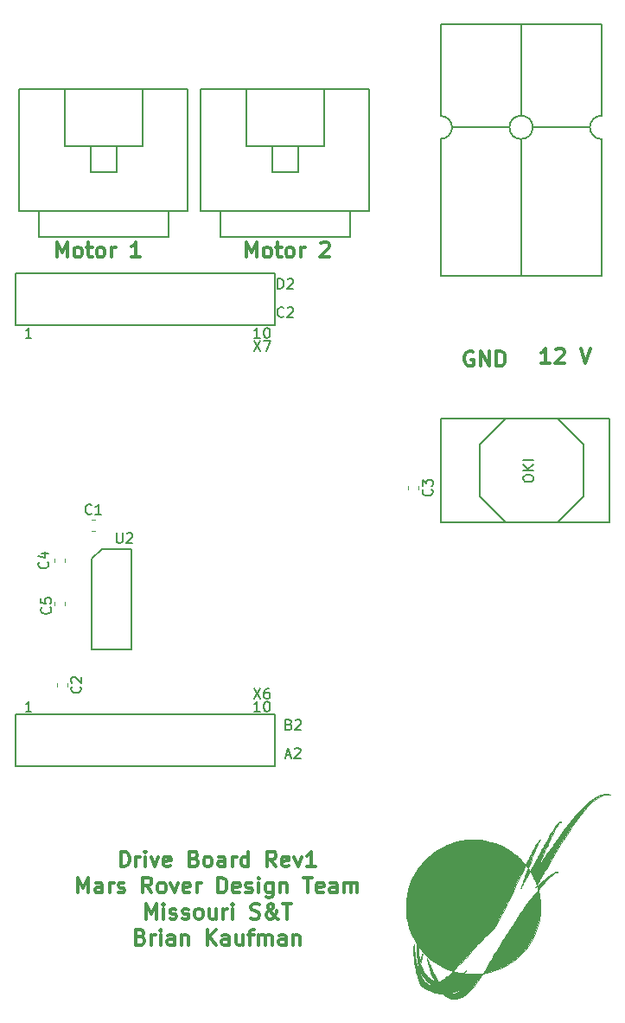
<source format=gbr>
G04 #@! TF.GenerationSoftware,KiCad,Pcbnew,(5.0.0)*
G04 #@! TF.CreationDate,2018-10-03T21:51:45-05:00*
G04 #@! TF.ProjectId,DriveBoard_Hardware,4472697665426F6172645F4861726477,rev?*
G04 #@! TF.SameCoordinates,Original*
G04 #@! TF.FileFunction,Legend,Top*
G04 #@! TF.FilePolarity,Positive*
%FSLAX46Y46*%
G04 Gerber Fmt 4.6, Leading zero omitted, Abs format (unit mm)*
G04 Created by KiCad (PCBNEW (5.0.0)) date 10/03/18 21:51:45*
%MOMM*%
%LPD*%
G01*
G04 APERTURE LIST*
%ADD10C,0.300000*%
%ADD11C,0.150000*%
%ADD12C,0.120000*%
%ADD13C,0.010000*%
G04 APERTURE END LIST*
D10*
X184556000Y-153063571D02*
X184556000Y-151563571D01*
X184913142Y-151563571D01*
X185127428Y-151635000D01*
X185270285Y-151777857D01*
X185341714Y-151920714D01*
X185413142Y-152206428D01*
X185413142Y-152420714D01*
X185341714Y-152706428D01*
X185270285Y-152849285D01*
X185127428Y-152992142D01*
X184913142Y-153063571D01*
X184556000Y-153063571D01*
X186056000Y-153063571D02*
X186056000Y-152063571D01*
X186056000Y-152349285D02*
X186127428Y-152206428D01*
X186198857Y-152135000D01*
X186341714Y-152063571D01*
X186484571Y-152063571D01*
X186984571Y-153063571D02*
X186984571Y-152063571D01*
X186984571Y-151563571D02*
X186913142Y-151635000D01*
X186984571Y-151706428D01*
X187056000Y-151635000D01*
X186984571Y-151563571D01*
X186984571Y-151706428D01*
X187556000Y-152063571D02*
X187913142Y-153063571D01*
X188270285Y-152063571D01*
X189413142Y-152992142D02*
X189270285Y-153063571D01*
X188984571Y-153063571D01*
X188841714Y-152992142D01*
X188770285Y-152849285D01*
X188770285Y-152277857D01*
X188841714Y-152135000D01*
X188984571Y-152063571D01*
X189270285Y-152063571D01*
X189413142Y-152135000D01*
X189484571Y-152277857D01*
X189484571Y-152420714D01*
X188770285Y-152563571D01*
X191770285Y-152277857D02*
X191984571Y-152349285D01*
X192056000Y-152420714D01*
X192127428Y-152563571D01*
X192127428Y-152777857D01*
X192056000Y-152920714D01*
X191984571Y-152992142D01*
X191841714Y-153063571D01*
X191270285Y-153063571D01*
X191270285Y-151563571D01*
X191770285Y-151563571D01*
X191913142Y-151635000D01*
X191984571Y-151706428D01*
X192056000Y-151849285D01*
X192056000Y-151992142D01*
X191984571Y-152135000D01*
X191913142Y-152206428D01*
X191770285Y-152277857D01*
X191270285Y-152277857D01*
X192984571Y-153063571D02*
X192841714Y-152992142D01*
X192770285Y-152920714D01*
X192698857Y-152777857D01*
X192698857Y-152349285D01*
X192770285Y-152206428D01*
X192841714Y-152135000D01*
X192984571Y-152063571D01*
X193198857Y-152063571D01*
X193341714Y-152135000D01*
X193413142Y-152206428D01*
X193484571Y-152349285D01*
X193484571Y-152777857D01*
X193413142Y-152920714D01*
X193341714Y-152992142D01*
X193198857Y-153063571D01*
X192984571Y-153063571D01*
X194770285Y-153063571D02*
X194770285Y-152277857D01*
X194698857Y-152135000D01*
X194556000Y-152063571D01*
X194270285Y-152063571D01*
X194127428Y-152135000D01*
X194770285Y-152992142D02*
X194627428Y-153063571D01*
X194270285Y-153063571D01*
X194127428Y-152992142D01*
X194056000Y-152849285D01*
X194056000Y-152706428D01*
X194127428Y-152563571D01*
X194270285Y-152492142D01*
X194627428Y-152492142D01*
X194770285Y-152420714D01*
X195484571Y-153063571D02*
X195484571Y-152063571D01*
X195484571Y-152349285D02*
X195556000Y-152206428D01*
X195627428Y-152135000D01*
X195770285Y-152063571D01*
X195913142Y-152063571D01*
X197056000Y-153063571D02*
X197056000Y-151563571D01*
X197056000Y-152992142D02*
X196913142Y-153063571D01*
X196627428Y-153063571D01*
X196484571Y-152992142D01*
X196413142Y-152920714D01*
X196341714Y-152777857D01*
X196341714Y-152349285D01*
X196413142Y-152206428D01*
X196484571Y-152135000D01*
X196627428Y-152063571D01*
X196913142Y-152063571D01*
X197056000Y-152135000D01*
X199770285Y-153063571D02*
X199270285Y-152349285D01*
X198913142Y-153063571D02*
X198913142Y-151563571D01*
X199484571Y-151563571D01*
X199627428Y-151635000D01*
X199698857Y-151706428D01*
X199770285Y-151849285D01*
X199770285Y-152063571D01*
X199698857Y-152206428D01*
X199627428Y-152277857D01*
X199484571Y-152349285D01*
X198913142Y-152349285D01*
X200984571Y-152992142D02*
X200841714Y-153063571D01*
X200556000Y-153063571D01*
X200413142Y-152992142D01*
X200341714Y-152849285D01*
X200341714Y-152277857D01*
X200413142Y-152135000D01*
X200556000Y-152063571D01*
X200841714Y-152063571D01*
X200984571Y-152135000D01*
X201056000Y-152277857D01*
X201056000Y-152420714D01*
X200341714Y-152563571D01*
X201556000Y-152063571D02*
X201913142Y-153063571D01*
X202270285Y-152063571D01*
X203627428Y-153063571D02*
X202770285Y-153063571D01*
X203198857Y-153063571D02*
X203198857Y-151563571D01*
X203056000Y-151777857D01*
X202913142Y-151920714D01*
X202770285Y-151992142D01*
X180377428Y-155613571D02*
X180377428Y-154113571D01*
X180877428Y-155185000D01*
X181377428Y-154113571D01*
X181377428Y-155613571D01*
X182734571Y-155613571D02*
X182734571Y-154827857D01*
X182663142Y-154685000D01*
X182520285Y-154613571D01*
X182234571Y-154613571D01*
X182091714Y-154685000D01*
X182734571Y-155542142D02*
X182591714Y-155613571D01*
X182234571Y-155613571D01*
X182091714Y-155542142D01*
X182020285Y-155399285D01*
X182020285Y-155256428D01*
X182091714Y-155113571D01*
X182234571Y-155042142D01*
X182591714Y-155042142D01*
X182734571Y-154970714D01*
X183448857Y-155613571D02*
X183448857Y-154613571D01*
X183448857Y-154899285D02*
X183520285Y-154756428D01*
X183591714Y-154685000D01*
X183734571Y-154613571D01*
X183877428Y-154613571D01*
X184306000Y-155542142D02*
X184448857Y-155613571D01*
X184734571Y-155613571D01*
X184877428Y-155542142D01*
X184948857Y-155399285D01*
X184948857Y-155327857D01*
X184877428Y-155185000D01*
X184734571Y-155113571D01*
X184520285Y-155113571D01*
X184377428Y-155042142D01*
X184306000Y-154899285D01*
X184306000Y-154827857D01*
X184377428Y-154685000D01*
X184520285Y-154613571D01*
X184734571Y-154613571D01*
X184877428Y-154685000D01*
X187591714Y-155613571D02*
X187091714Y-154899285D01*
X186734571Y-155613571D02*
X186734571Y-154113571D01*
X187306000Y-154113571D01*
X187448857Y-154185000D01*
X187520285Y-154256428D01*
X187591714Y-154399285D01*
X187591714Y-154613571D01*
X187520285Y-154756428D01*
X187448857Y-154827857D01*
X187306000Y-154899285D01*
X186734571Y-154899285D01*
X188448857Y-155613571D02*
X188306000Y-155542142D01*
X188234571Y-155470714D01*
X188163142Y-155327857D01*
X188163142Y-154899285D01*
X188234571Y-154756428D01*
X188306000Y-154685000D01*
X188448857Y-154613571D01*
X188663142Y-154613571D01*
X188806000Y-154685000D01*
X188877428Y-154756428D01*
X188948857Y-154899285D01*
X188948857Y-155327857D01*
X188877428Y-155470714D01*
X188806000Y-155542142D01*
X188663142Y-155613571D01*
X188448857Y-155613571D01*
X189448857Y-154613571D02*
X189806000Y-155613571D01*
X190163142Y-154613571D01*
X191306000Y-155542142D02*
X191163142Y-155613571D01*
X190877428Y-155613571D01*
X190734571Y-155542142D01*
X190663142Y-155399285D01*
X190663142Y-154827857D01*
X190734571Y-154685000D01*
X190877428Y-154613571D01*
X191163142Y-154613571D01*
X191306000Y-154685000D01*
X191377428Y-154827857D01*
X191377428Y-154970714D01*
X190663142Y-155113571D01*
X192020285Y-155613571D02*
X192020285Y-154613571D01*
X192020285Y-154899285D02*
X192091714Y-154756428D01*
X192163142Y-154685000D01*
X192306000Y-154613571D01*
X192448857Y-154613571D01*
X194091714Y-155613571D02*
X194091714Y-154113571D01*
X194448857Y-154113571D01*
X194663142Y-154185000D01*
X194806000Y-154327857D01*
X194877428Y-154470714D01*
X194948857Y-154756428D01*
X194948857Y-154970714D01*
X194877428Y-155256428D01*
X194806000Y-155399285D01*
X194663142Y-155542142D01*
X194448857Y-155613571D01*
X194091714Y-155613571D01*
X196163142Y-155542142D02*
X196020285Y-155613571D01*
X195734571Y-155613571D01*
X195591714Y-155542142D01*
X195520285Y-155399285D01*
X195520285Y-154827857D01*
X195591714Y-154685000D01*
X195734571Y-154613571D01*
X196020285Y-154613571D01*
X196163142Y-154685000D01*
X196234571Y-154827857D01*
X196234571Y-154970714D01*
X195520285Y-155113571D01*
X196806000Y-155542142D02*
X196948857Y-155613571D01*
X197234571Y-155613571D01*
X197377428Y-155542142D01*
X197448857Y-155399285D01*
X197448857Y-155327857D01*
X197377428Y-155185000D01*
X197234571Y-155113571D01*
X197020285Y-155113571D01*
X196877428Y-155042142D01*
X196806000Y-154899285D01*
X196806000Y-154827857D01*
X196877428Y-154685000D01*
X197020285Y-154613571D01*
X197234571Y-154613571D01*
X197377428Y-154685000D01*
X198091714Y-155613571D02*
X198091714Y-154613571D01*
X198091714Y-154113571D02*
X198020285Y-154185000D01*
X198091714Y-154256428D01*
X198163142Y-154185000D01*
X198091714Y-154113571D01*
X198091714Y-154256428D01*
X199448857Y-154613571D02*
X199448857Y-155827857D01*
X199377428Y-155970714D01*
X199306000Y-156042142D01*
X199163142Y-156113571D01*
X198948857Y-156113571D01*
X198806000Y-156042142D01*
X199448857Y-155542142D02*
X199306000Y-155613571D01*
X199020285Y-155613571D01*
X198877428Y-155542142D01*
X198806000Y-155470714D01*
X198734571Y-155327857D01*
X198734571Y-154899285D01*
X198806000Y-154756428D01*
X198877428Y-154685000D01*
X199020285Y-154613571D01*
X199306000Y-154613571D01*
X199448857Y-154685000D01*
X200163142Y-154613571D02*
X200163142Y-155613571D01*
X200163142Y-154756428D02*
X200234571Y-154685000D01*
X200377428Y-154613571D01*
X200591714Y-154613571D01*
X200734571Y-154685000D01*
X200806000Y-154827857D01*
X200806000Y-155613571D01*
X202448857Y-154113571D02*
X203306000Y-154113571D01*
X202877428Y-155613571D02*
X202877428Y-154113571D01*
X204377428Y-155542142D02*
X204234571Y-155613571D01*
X203948857Y-155613571D01*
X203806000Y-155542142D01*
X203734571Y-155399285D01*
X203734571Y-154827857D01*
X203806000Y-154685000D01*
X203948857Y-154613571D01*
X204234571Y-154613571D01*
X204377428Y-154685000D01*
X204448857Y-154827857D01*
X204448857Y-154970714D01*
X203734571Y-155113571D01*
X205734571Y-155613571D02*
X205734571Y-154827857D01*
X205663142Y-154685000D01*
X205520285Y-154613571D01*
X205234571Y-154613571D01*
X205091714Y-154685000D01*
X205734571Y-155542142D02*
X205591714Y-155613571D01*
X205234571Y-155613571D01*
X205091714Y-155542142D01*
X205020285Y-155399285D01*
X205020285Y-155256428D01*
X205091714Y-155113571D01*
X205234571Y-155042142D01*
X205591714Y-155042142D01*
X205734571Y-154970714D01*
X206448857Y-155613571D02*
X206448857Y-154613571D01*
X206448857Y-154756428D02*
X206520285Y-154685000D01*
X206663142Y-154613571D01*
X206877428Y-154613571D01*
X207020285Y-154685000D01*
X207091714Y-154827857D01*
X207091714Y-155613571D01*
X207091714Y-154827857D02*
X207163142Y-154685000D01*
X207306000Y-154613571D01*
X207520285Y-154613571D01*
X207663142Y-154685000D01*
X207734571Y-154827857D01*
X207734571Y-155613571D01*
X187020285Y-158163571D02*
X187020285Y-156663571D01*
X187520285Y-157735000D01*
X188020285Y-156663571D01*
X188020285Y-158163571D01*
X188734571Y-158163571D02*
X188734571Y-157163571D01*
X188734571Y-156663571D02*
X188663142Y-156735000D01*
X188734571Y-156806428D01*
X188806000Y-156735000D01*
X188734571Y-156663571D01*
X188734571Y-156806428D01*
X189377428Y-158092142D02*
X189520285Y-158163571D01*
X189806000Y-158163571D01*
X189948857Y-158092142D01*
X190020285Y-157949285D01*
X190020285Y-157877857D01*
X189948857Y-157735000D01*
X189806000Y-157663571D01*
X189591714Y-157663571D01*
X189448857Y-157592142D01*
X189377428Y-157449285D01*
X189377428Y-157377857D01*
X189448857Y-157235000D01*
X189591714Y-157163571D01*
X189806000Y-157163571D01*
X189948857Y-157235000D01*
X190591714Y-158092142D02*
X190734571Y-158163571D01*
X191020285Y-158163571D01*
X191163142Y-158092142D01*
X191234571Y-157949285D01*
X191234571Y-157877857D01*
X191163142Y-157735000D01*
X191020285Y-157663571D01*
X190806000Y-157663571D01*
X190663142Y-157592142D01*
X190591714Y-157449285D01*
X190591714Y-157377857D01*
X190663142Y-157235000D01*
X190806000Y-157163571D01*
X191020285Y-157163571D01*
X191163142Y-157235000D01*
X192091714Y-158163571D02*
X191948857Y-158092142D01*
X191877428Y-158020714D01*
X191806000Y-157877857D01*
X191806000Y-157449285D01*
X191877428Y-157306428D01*
X191948857Y-157235000D01*
X192091714Y-157163571D01*
X192306000Y-157163571D01*
X192448857Y-157235000D01*
X192520285Y-157306428D01*
X192591714Y-157449285D01*
X192591714Y-157877857D01*
X192520285Y-158020714D01*
X192448857Y-158092142D01*
X192306000Y-158163571D01*
X192091714Y-158163571D01*
X193877428Y-157163571D02*
X193877428Y-158163571D01*
X193234571Y-157163571D02*
X193234571Y-157949285D01*
X193306000Y-158092142D01*
X193448857Y-158163571D01*
X193663142Y-158163571D01*
X193806000Y-158092142D01*
X193877428Y-158020714D01*
X194591714Y-158163571D02*
X194591714Y-157163571D01*
X194591714Y-157449285D02*
X194663142Y-157306428D01*
X194734571Y-157235000D01*
X194877428Y-157163571D01*
X195020285Y-157163571D01*
X195520285Y-158163571D02*
X195520285Y-157163571D01*
X195520285Y-156663571D02*
X195448857Y-156735000D01*
X195520285Y-156806428D01*
X195591714Y-156735000D01*
X195520285Y-156663571D01*
X195520285Y-156806428D01*
X197306000Y-158092142D02*
X197520285Y-158163571D01*
X197877428Y-158163571D01*
X198020285Y-158092142D01*
X198091714Y-158020714D01*
X198163142Y-157877857D01*
X198163142Y-157735000D01*
X198091714Y-157592142D01*
X198020285Y-157520714D01*
X197877428Y-157449285D01*
X197591714Y-157377857D01*
X197448857Y-157306428D01*
X197377428Y-157235000D01*
X197306000Y-157092142D01*
X197306000Y-156949285D01*
X197377428Y-156806428D01*
X197448857Y-156735000D01*
X197591714Y-156663571D01*
X197948857Y-156663571D01*
X198163142Y-156735000D01*
X200020285Y-158163571D02*
X199948857Y-158163571D01*
X199806000Y-158092142D01*
X199591714Y-157877857D01*
X199234571Y-157449285D01*
X199091714Y-157235000D01*
X199020285Y-157020714D01*
X199020285Y-156877857D01*
X199091714Y-156735000D01*
X199234571Y-156663571D01*
X199306000Y-156663571D01*
X199448857Y-156735000D01*
X199520285Y-156877857D01*
X199520285Y-156949285D01*
X199448857Y-157092142D01*
X199377428Y-157163571D01*
X198948857Y-157449285D01*
X198877428Y-157520714D01*
X198806000Y-157663571D01*
X198806000Y-157877857D01*
X198877428Y-158020714D01*
X198948857Y-158092142D01*
X199091714Y-158163571D01*
X199306000Y-158163571D01*
X199448857Y-158092142D01*
X199520285Y-158020714D01*
X199734571Y-157735000D01*
X199806000Y-157520714D01*
X199806000Y-157377857D01*
X200448857Y-156663571D02*
X201306000Y-156663571D01*
X200877428Y-158163571D02*
X200877428Y-156663571D01*
X186520285Y-159927857D02*
X186734571Y-159999285D01*
X186806000Y-160070714D01*
X186877428Y-160213571D01*
X186877428Y-160427857D01*
X186806000Y-160570714D01*
X186734571Y-160642142D01*
X186591714Y-160713571D01*
X186020285Y-160713571D01*
X186020285Y-159213571D01*
X186520285Y-159213571D01*
X186663142Y-159285000D01*
X186734571Y-159356428D01*
X186806000Y-159499285D01*
X186806000Y-159642142D01*
X186734571Y-159785000D01*
X186663142Y-159856428D01*
X186520285Y-159927857D01*
X186020285Y-159927857D01*
X187520285Y-160713571D02*
X187520285Y-159713571D01*
X187520285Y-159999285D02*
X187591714Y-159856428D01*
X187663142Y-159785000D01*
X187806000Y-159713571D01*
X187948857Y-159713571D01*
X188448857Y-160713571D02*
X188448857Y-159713571D01*
X188448857Y-159213571D02*
X188377428Y-159285000D01*
X188448857Y-159356428D01*
X188520285Y-159285000D01*
X188448857Y-159213571D01*
X188448857Y-159356428D01*
X189806000Y-160713571D02*
X189806000Y-159927857D01*
X189734571Y-159785000D01*
X189591714Y-159713571D01*
X189306000Y-159713571D01*
X189163142Y-159785000D01*
X189806000Y-160642142D02*
X189663142Y-160713571D01*
X189306000Y-160713571D01*
X189163142Y-160642142D01*
X189091714Y-160499285D01*
X189091714Y-160356428D01*
X189163142Y-160213571D01*
X189306000Y-160142142D01*
X189663142Y-160142142D01*
X189806000Y-160070714D01*
X190520285Y-159713571D02*
X190520285Y-160713571D01*
X190520285Y-159856428D02*
X190591714Y-159785000D01*
X190734571Y-159713571D01*
X190948857Y-159713571D01*
X191091714Y-159785000D01*
X191163142Y-159927857D01*
X191163142Y-160713571D01*
X193020285Y-160713571D02*
X193020285Y-159213571D01*
X193877428Y-160713571D02*
X193234571Y-159856428D01*
X193877428Y-159213571D02*
X193020285Y-160070714D01*
X195163142Y-160713571D02*
X195163142Y-159927857D01*
X195091714Y-159785000D01*
X194948857Y-159713571D01*
X194663142Y-159713571D01*
X194520285Y-159785000D01*
X195163142Y-160642142D02*
X195020285Y-160713571D01*
X194663142Y-160713571D01*
X194520285Y-160642142D01*
X194448857Y-160499285D01*
X194448857Y-160356428D01*
X194520285Y-160213571D01*
X194663142Y-160142142D01*
X195020285Y-160142142D01*
X195163142Y-160070714D01*
X196520285Y-159713571D02*
X196520285Y-160713571D01*
X195877428Y-159713571D02*
X195877428Y-160499285D01*
X195948857Y-160642142D01*
X196091714Y-160713571D01*
X196306000Y-160713571D01*
X196448857Y-160642142D01*
X196520285Y-160570714D01*
X197020285Y-159713571D02*
X197591714Y-159713571D01*
X197234571Y-160713571D02*
X197234571Y-159427857D01*
X197306000Y-159285000D01*
X197448857Y-159213571D01*
X197591714Y-159213571D01*
X198091714Y-160713571D02*
X198091714Y-159713571D01*
X198091714Y-159856428D02*
X198163142Y-159785000D01*
X198306000Y-159713571D01*
X198520285Y-159713571D01*
X198663142Y-159785000D01*
X198734571Y-159927857D01*
X198734571Y-160713571D01*
X198734571Y-159927857D02*
X198806000Y-159785000D01*
X198948857Y-159713571D01*
X199163142Y-159713571D01*
X199306000Y-159785000D01*
X199377428Y-159927857D01*
X199377428Y-160713571D01*
X200734571Y-160713571D02*
X200734571Y-159927857D01*
X200663142Y-159785000D01*
X200520285Y-159713571D01*
X200234571Y-159713571D01*
X200091714Y-159785000D01*
X200734571Y-160642142D02*
X200591714Y-160713571D01*
X200234571Y-160713571D01*
X200091714Y-160642142D01*
X200020285Y-160499285D01*
X200020285Y-160356428D01*
X200091714Y-160213571D01*
X200234571Y-160142142D01*
X200591714Y-160142142D01*
X200734571Y-160070714D01*
X201448857Y-159713571D02*
X201448857Y-160713571D01*
X201448857Y-159856428D02*
X201520285Y-159785000D01*
X201663142Y-159713571D01*
X201877428Y-159713571D01*
X202020285Y-159785000D01*
X202091714Y-159927857D01*
X202091714Y-160713571D01*
X219075142Y-102628000D02*
X218932285Y-102556571D01*
X218718000Y-102556571D01*
X218503714Y-102628000D01*
X218360857Y-102770857D01*
X218289428Y-102913714D01*
X218218000Y-103199428D01*
X218218000Y-103413714D01*
X218289428Y-103699428D01*
X218360857Y-103842285D01*
X218503714Y-103985142D01*
X218718000Y-104056571D01*
X218860857Y-104056571D01*
X219075142Y-103985142D01*
X219146571Y-103913714D01*
X219146571Y-103413714D01*
X218860857Y-103413714D01*
X219789428Y-104056571D02*
X219789428Y-102556571D01*
X220646571Y-104056571D01*
X220646571Y-102556571D01*
X221360857Y-104056571D02*
X221360857Y-102556571D01*
X221718000Y-102556571D01*
X221932285Y-102628000D01*
X222075142Y-102770857D01*
X222146571Y-102913714D01*
X222218000Y-103199428D01*
X222218000Y-103413714D01*
X222146571Y-103699428D01*
X222075142Y-103842285D01*
X221932285Y-103985142D01*
X221718000Y-104056571D01*
X221360857Y-104056571D01*
X226592000Y-103802571D02*
X225734857Y-103802571D01*
X226163428Y-103802571D02*
X226163428Y-102302571D01*
X226020571Y-102516857D01*
X225877714Y-102659714D01*
X225734857Y-102731142D01*
X227163428Y-102445428D02*
X227234857Y-102374000D01*
X227377714Y-102302571D01*
X227734857Y-102302571D01*
X227877714Y-102374000D01*
X227949142Y-102445428D01*
X228020571Y-102588285D01*
X228020571Y-102731142D01*
X227949142Y-102945428D01*
X227092000Y-103802571D01*
X228020571Y-103802571D01*
X229592000Y-102302571D02*
X230092000Y-103802571D01*
X230592000Y-102302571D01*
X196878285Y-93388571D02*
X196878285Y-91888571D01*
X197378285Y-92960000D01*
X197878285Y-91888571D01*
X197878285Y-93388571D01*
X198806857Y-93388571D02*
X198664000Y-93317142D01*
X198592571Y-93245714D01*
X198521142Y-93102857D01*
X198521142Y-92674285D01*
X198592571Y-92531428D01*
X198664000Y-92460000D01*
X198806857Y-92388571D01*
X199021142Y-92388571D01*
X199164000Y-92460000D01*
X199235428Y-92531428D01*
X199306857Y-92674285D01*
X199306857Y-93102857D01*
X199235428Y-93245714D01*
X199164000Y-93317142D01*
X199021142Y-93388571D01*
X198806857Y-93388571D01*
X199735428Y-92388571D02*
X200306857Y-92388571D01*
X199949714Y-91888571D02*
X199949714Y-93174285D01*
X200021142Y-93317142D01*
X200164000Y-93388571D01*
X200306857Y-93388571D01*
X201021142Y-93388571D02*
X200878285Y-93317142D01*
X200806857Y-93245714D01*
X200735428Y-93102857D01*
X200735428Y-92674285D01*
X200806857Y-92531428D01*
X200878285Y-92460000D01*
X201021142Y-92388571D01*
X201235428Y-92388571D01*
X201378285Y-92460000D01*
X201449714Y-92531428D01*
X201521142Y-92674285D01*
X201521142Y-93102857D01*
X201449714Y-93245714D01*
X201378285Y-93317142D01*
X201235428Y-93388571D01*
X201021142Y-93388571D01*
X202164000Y-93388571D02*
X202164000Y-92388571D01*
X202164000Y-92674285D02*
X202235428Y-92531428D01*
X202306857Y-92460000D01*
X202449714Y-92388571D01*
X202592571Y-92388571D01*
X204164000Y-92031428D02*
X204235428Y-91960000D01*
X204378285Y-91888571D01*
X204735428Y-91888571D01*
X204878285Y-91960000D01*
X204949714Y-92031428D01*
X205021142Y-92174285D01*
X205021142Y-92317142D01*
X204949714Y-92531428D01*
X204092571Y-93388571D01*
X205021142Y-93388571D01*
X178336285Y-93388571D02*
X178336285Y-91888571D01*
X178836285Y-92960000D01*
X179336285Y-91888571D01*
X179336285Y-93388571D01*
X180264857Y-93388571D02*
X180122000Y-93317142D01*
X180050571Y-93245714D01*
X179979142Y-93102857D01*
X179979142Y-92674285D01*
X180050571Y-92531428D01*
X180122000Y-92460000D01*
X180264857Y-92388571D01*
X180479142Y-92388571D01*
X180622000Y-92460000D01*
X180693428Y-92531428D01*
X180764857Y-92674285D01*
X180764857Y-93102857D01*
X180693428Y-93245714D01*
X180622000Y-93317142D01*
X180479142Y-93388571D01*
X180264857Y-93388571D01*
X181193428Y-92388571D02*
X181764857Y-92388571D01*
X181407714Y-91888571D02*
X181407714Y-93174285D01*
X181479142Y-93317142D01*
X181622000Y-93388571D01*
X181764857Y-93388571D01*
X182479142Y-93388571D02*
X182336285Y-93317142D01*
X182264857Y-93245714D01*
X182193428Y-93102857D01*
X182193428Y-92674285D01*
X182264857Y-92531428D01*
X182336285Y-92460000D01*
X182479142Y-92388571D01*
X182693428Y-92388571D01*
X182836285Y-92460000D01*
X182907714Y-92531428D01*
X182979142Y-92674285D01*
X182979142Y-93102857D01*
X182907714Y-93245714D01*
X182836285Y-93317142D01*
X182693428Y-93388571D01*
X182479142Y-93388571D01*
X183622000Y-93388571D02*
X183622000Y-92388571D01*
X183622000Y-92674285D02*
X183693428Y-92531428D01*
X183764857Y-92460000D01*
X183907714Y-92388571D01*
X184050571Y-92388571D01*
X186479142Y-93388571D02*
X185622000Y-93388571D01*
X186050571Y-93388571D02*
X186050571Y-91888571D01*
X185907714Y-92102857D01*
X185764857Y-92245714D01*
X185622000Y-92317142D01*
D11*
G04 #@! TO.C,U2*
X182692000Y-121923000D02*
X185592000Y-121923000D01*
X185592000Y-121923000D02*
X185592000Y-131823000D01*
X185592000Y-131823000D02*
X181692000Y-131823000D01*
X181692000Y-131823000D02*
X181692000Y-122923000D01*
X181692000Y-122923000D02*
X182692000Y-121923000D01*
D12*
G04 #@! TO.C,C1*
X182035267Y-120144000D02*
X181692733Y-120144000D01*
X182035267Y-119124000D02*
X181692733Y-119124000D01*
G04 #@! TO.C,C2*
X178306000Y-135097733D02*
X178306000Y-135440267D01*
X179326000Y-135097733D02*
X179326000Y-135440267D01*
G04 #@! TO.C,C3*
X213743000Y-115793733D02*
X213743000Y-116136267D01*
X212723000Y-115793733D02*
X212723000Y-116136267D01*
G04 #@! TO.C,C4*
X179072000Y-122891733D02*
X179072000Y-123234267D01*
X178052000Y-122891733D02*
X178052000Y-123234267D01*
G04 #@! TO.C,C5*
X178052000Y-127096733D02*
X178052000Y-127439267D01*
X179072000Y-127096733D02*
X179072000Y-127439267D01*
D11*
G04 #@! TO.C,Conn1*
X215900000Y-81788000D02*
G75*
G03X217017600Y-80670400I0J1117600D01*
G01*
X217017600Y-80670400D02*
G75*
G03X215900000Y-79552800I-1117600J0D01*
G01*
X231648000Y-70612000D02*
X215900000Y-70612000D01*
X231648000Y-95250000D02*
X215900000Y-95250000D01*
X231648000Y-79527400D02*
X231648000Y-78308200D01*
X230505000Y-80670400D02*
G75*
G03X231648000Y-81813400I1143000J0D01*
G01*
X231648000Y-79527400D02*
G75*
G03X230505000Y-80670400I0J-1143000D01*
G01*
X215900000Y-82981800D02*
X215900000Y-81788000D01*
X218211400Y-80670400D02*
X217043000Y-80670400D01*
X215900000Y-78359000D02*
X215900000Y-79527400D01*
X231648000Y-82931000D02*
X231648000Y-81838800D01*
X230505000Y-80670400D02*
X229336600Y-80670400D01*
X221488000Y-80670400D02*
X222631000Y-80670400D01*
X223799400Y-70637400D02*
X223799400Y-79527400D01*
X226060000Y-80670400D02*
X224917000Y-80670400D01*
X223774000Y-82956400D02*
X223774000Y-81813400D01*
X221488000Y-80670400D02*
X218186000Y-80670400D01*
X223774000Y-82956400D02*
X223774000Y-95250000D01*
X226060000Y-80670400D02*
X229336600Y-80670400D01*
X224917000Y-80670400D02*
G75*
G03X224917000Y-80670400I-1143000J0D01*
G01*
X215900000Y-82956400D02*
X215900000Y-95250000D01*
X215900000Y-78384400D02*
X215900000Y-70637400D01*
X231648000Y-70637400D02*
X231648000Y-78384400D01*
X231648000Y-82956400D02*
X231648000Y-95250000D01*
G04 #@! TO.C,Conn2*
X196850000Y-76962000D02*
X196850000Y-77470000D01*
X204470000Y-77470000D02*
X204470000Y-76962000D01*
X192405000Y-76962000D02*
X208915000Y-76962000D01*
X192405000Y-88900000D02*
X192405000Y-76962000D01*
X208915000Y-88900000D02*
X208915000Y-76962000D01*
X207010000Y-88900000D02*
X208915000Y-88900000D01*
X194310000Y-88900000D02*
X192405000Y-88900000D01*
X196850000Y-81280000D02*
X196850000Y-82550000D01*
X196850000Y-82550000D02*
X204470000Y-82550000D01*
X204470000Y-82550000D02*
X204470000Y-81280000D01*
X204470000Y-81280000D02*
X204470000Y-77470000D01*
X196850000Y-81280000D02*
X196850000Y-77470000D01*
X199390000Y-82550000D02*
X199390000Y-85090000D01*
X199390000Y-85090000D02*
X201930000Y-85090000D01*
X201930000Y-85090000D02*
X201930000Y-82550000D01*
X194310000Y-88900000D02*
X207010000Y-88900000D01*
X207010000Y-88900000D02*
X207010000Y-91440000D01*
X207010000Y-91440000D02*
X194310000Y-91440000D01*
X194310000Y-91440000D02*
X194310000Y-88900000D01*
G04 #@! TO.C,Conn3*
X176530000Y-91440000D02*
X176530000Y-88900000D01*
X189230000Y-91440000D02*
X176530000Y-91440000D01*
X189230000Y-88900000D02*
X189230000Y-91440000D01*
X176530000Y-88900000D02*
X189230000Y-88900000D01*
X184150000Y-85090000D02*
X184150000Y-82550000D01*
X181610000Y-85090000D02*
X184150000Y-85090000D01*
X181610000Y-82550000D02*
X181610000Y-85090000D01*
X179070000Y-81280000D02*
X179070000Y-77470000D01*
X186690000Y-81280000D02*
X186690000Y-77470000D01*
X186690000Y-82550000D02*
X186690000Y-81280000D01*
X179070000Y-82550000D02*
X186690000Y-82550000D01*
X179070000Y-81280000D02*
X179070000Y-82550000D01*
X176530000Y-88900000D02*
X174625000Y-88900000D01*
X189230000Y-88900000D02*
X191135000Y-88900000D01*
X191135000Y-88900000D02*
X191135000Y-76962000D01*
X174625000Y-88900000D02*
X174625000Y-76962000D01*
X174625000Y-76962000D02*
X191135000Y-76962000D01*
X186690000Y-77470000D02*
X186690000Y-76962000D01*
X179070000Y-76962000D02*
X179070000Y-77470000D01*
G04 #@! TO.C,U1*
X199669001Y-138175001D02*
X174269001Y-138175001D01*
X174269001Y-100075001D02*
X199669001Y-100075001D01*
X199669001Y-143255001D02*
X199669001Y-138175001D01*
X174269001Y-138175001D02*
X174269001Y-143255001D01*
X174269001Y-143255001D02*
X199669001Y-143255001D01*
X199669001Y-100075001D02*
X199669001Y-94995001D01*
X199669001Y-94995001D02*
X174269001Y-94995001D01*
X174269001Y-94995001D02*
X174269001Y-100075001D01*
G04 #@! TO.C,U3*
X219710000Y-111760000D02*
X222250000Y-109220000D01*
X222250000Y-109220000D02*
X227330000Y-109220000D01*
X227330000Y-109220000D02*
X229870000Y-111760000D01*
X229870000Y-111760000D02*
X229870000Y-116840000D01*
X229870000Y-116840000D02*
X227330000Y-119380000D01*
X227330000Y-119380000D02*
X222250000Y-119380000D01*
X222250000Y-119380000D02*
X219710000Y-116840000D01*
X219710000Y-116840000D02*
X219710000Y-111760000D01*
X232410000Y-119380000D02*
X232410000Y-109220000D01*
X215900000Y-119380000D02*
X215900000Y-109220000D01*
X215900000Y-109220000D02*
X232410000Y-109220000D01*
X232410000Y-119380000D02*
X215900000Y-119380000D01*
D13*
G04 #@! TO.C,G\002A\002A\002A*
G36*
X232197896Y-145945364D02*
X232329117Y-145964290D01*
X232435956Y-145995351D01*
X232452253Y-146002407D01*
X232517655Y-146032715D01*
X232457513Y-146022541D01*
X232248196Y-145999066D01*
X232052137Y-146000629D01*
X231878244Y-146027134D01*
X231871063Y-146028916D01*
X231668424Y-146095555D01*
X231457259Y-146195412D01*
X231236850Y-146329073D01*
X231006476Y-146497123D01*
X230765416Y-146700149D01*
X230512951Y-146938738D01*
X230248360Y-147213476D01*
X229970922Y-147524949D01*
X229832674Y-147688039D01*
X229704595Y-147842726D01*
X229582234Y-147993569D01*
X229463674Y-148143339D01*
X229346997Y-148294810D01*
X229230286Y-148450751D01*
X229111623Y-148613936D01*
X228989092Y-148787136D01*
X228860773Y-148973123D01*
X228724751Y-149174669D01*
X228579107Y-149394545D01*
X228421924Y-149635524D01*
X228251284Y-149900377D01*
X228065270Y-150191876D01*
X227861965Y-150512793D01*
X227691114Y-150783783D01*
X227301504Y-151412057D01*
X226926770Y-152034898D01*
X226572937Y-152642254D01*
X226483886Y-152798542D01*
X226403409Y-152939746D01*
X226310172Y-153102150D01*
X226211853Y-153272458D01*
X226116127Y-153437373D01*
X226032135Y-153581103D01*
X225948477Y-153724510D01*
X225856709Y-153883325D01*
X225763914Y-154045192D01*
X225677173Y-154197754D01*
X225603570Y-154328655D01*
X225601215Y-154332879D01*
X225537738Y-154446571D01*
X225477519Y-154554068D01*
X225424564Y-154648244D01*
X225382882Y-154721974D01*
X225356476Y-154768135D01*
X225355645Y-154769564D01*
X225305215Y-154856135D01*
X225227388Y-154649280D01*
X225186568Y-154546977D01*
X225135818Y-154429482D01*
X225077684Y-154301792D01*
X225014713Y-154168899D01*
X224949450Y-154035801D01*
X224884441Y-153907490D01*
X224822233Y-153788962D01*
X224765371Y-153685212D01*
X224716402Y-153601235D01*
X224677871Y-153542025D01*
X224652324Y-153512577D01*
X224646774Y-153510223D01*
X224633304Y-153526984D01*
X224604388Y-153573461D01*
X224563363Y-153643947D01*
X224513563Y-153732734D01*
X224468112Y-153815945D01*
X224394723Y-153951318D01*
X224316028Y-154095554D01*
X224234422Y-154244346D01*
X224152303Y-154393386D01*
X224072068Y-154538364D01*
X223996113Y-154674974D01*
X223926834Y-154798907D01*
X223866629Y-154905855D01*
X223817894Y-154991510D01*
X223783026Y-155051564D01*
X223764421Y-155081708D01*
X223762709Y-155083940D01*
X223761319Y-155075140D01*
X223771975Y-155035615D01*
X223792652Y-154972184D01*
X223813332Y-154913538D01*
X223863554Y-154775544D01*
X223919380Y-154623317D01*
X223979214Y-154461107D01*
X224041461Y-154293163D01*
X224104526Y-154123736D01*
X224166812Y-153957076D01*
X224226723Y-153797433D01*
X224282665Y-153649057D01*
X224333041Y-153516198D01*
X224376256Y-153403105D01*
X224410713Y-153314030D01*
X224434819Y-153253222D01*
X224446976Y-153224931D01*
X224447836Y-153223546D01*
X224464745Y-153231386D01*
X224496460Y-153266479D01*
X224536907Y-153321849D01*
X224548178Y-153338819D01*
X224589994Y-153400621D01*
X224624076Y-153446624D01*
X224644325Y-153468712D01*
X224646410Y-153469555D01*
X224659103Y-153452489D01*
X224687639Y-153405000D01*
X224729163Y-153332134D01*
X224780823Y-153238939D01*
X224839766Y-153130459D01*
X224869588Y-153074851D01*
X224939820Y-152944087D01*
X225023905Y-152788714D01*
X225116172Y-152619138D01*
X225210949Y-152445770D01*
X225302564Y-152279017D01*
X225358173Y-152178305D01*
X225438896Y-152032217D01*
X225533719Y-151860200D01*
X225637546Y-151671526D01*
X225745279Y-151475465D01*
X225851823Y-151281289D01*
X225952080Y-151098269D01*
X225987032Y-151034375D01*
X226149475Y-150739646D01*
X226309033Y-150454741D01*
X226463976Y-150182559D01*
X226612576Y-149925999D01*
X226753105Y-149687962D01*
X226883834Y-149471346D01*
X227003035Y-149279052D01*
X227108980Y-149113979D01*
X227199941Y-148979026D01*
X227268645Y-148884303D01*
X227364883Y-148768260D01*
X227450714Y-148684827D01*
X227524716Y-148634797D01*
X227585466Y-148618966D01*
X227631542Y-148638126D01*
X227652953Y-148669730D01*
X227672799Y-148723281D01*
X227676215Y-148754765D01*
X227664920Y-148758969D01*
X227640636Y-148730682D01*
X227635512Y-148722550D01*
X227596827Y-148675563D01*
X227560886Y-148662430D01*
X227560410Y-148662515D01*
X227522734Y-148686564D01*
X227470554Y-148746614D01*
X227404504Y-148841541D01*
X227325218Y-148970221D01*
X227233330Y-149131527D01*
X227129474Y-149324335D01*
X227014283Y-149547521D01*
X226888393Y-149799958D01*
X226752436Y-150080522D01*
X226703916Y-150182362D01*
X226656132Y-150284182D01*
X226597809Y-150410305D01*
X226530415Y-150557431D01*
X226455418Y-150722261D01*
X226374284Y-150901496D01*
X226288481Y-151091836D01*
X226199478Y-151289981D01*
X226108740Y-151492634D01*
X226017736Y-151696493D01*
X225927934Y-151898261D01*
X225840800Y-152094637D01*
X225757803Y-152282322D01*
X225680409Y-152458018D01*
X225610086Y-152618424D01*
X225548302Y-152760241D01*
X225496525Y-152880170D01*
X225456221Y-152974911D01*
X225428858Y-153041166D01*
X225415904Y-153075635D01*
X225415144Y-153079879D01*
X225427418Y-153065534D01*
X225458847Y-153022307D01*
X225506324Y-152954660D01*
X225566739Y-152867057D01*
X225636983Y-152763958D01*
X225691530Y-152683187D01*
X225782460Y-152548900D01*
X225890112Y-152391331D01*
X226011739Y-152214405D01*
X226144593Y-152022050D01*
X226285927Y-151818190D01*
X226432992Y-151606751D01*
X226583040Y-151391659D01*
X226733325Y-151176841D01*
X226881097Y-150966221D01*
X227023609Y-150763725D01*
X227158114Y-150573281D01*
X227281863Y-150398812D01*
X227392109Y-150244246D01*
X227486104Y-150113508D01*
X227561100Y-150010523D01*
X227582257Y-149981888D01*
X227948212Y-149495274D01*
X228297207Y-149043839D01*
X228630000Y-148626794D01*
X228947345Y-148243350D01*
X229250002Y-147892718D01*
X229538725Y-147574110D01*
X229814272Y-147286736D01*
X230077399Y-147029807D01*
X230328863Y-146802534D01*
X230569422Y-146604128D01*
X230799830Y-146433801D01*
X231020846Y-146290762D01*
X231233226Y-146174224D01*
X231234624Y-146173529D01*
X231392935Y-146097975D01*
X231527676Y-146041257D01*
X231648715Y-146000091D01*
X231765922Y-145971193D01*
X231889167Y-145951279D01*
X231910341Y-145948679D01*
X232054301Y-145939764D01*
X232197896Y-145945364D01*
X232197896Y-145945364D01*
G37*
X232197896Y-145945364D02*
X232329117Y-145964290D01*
X232435956Y-145995351D01*
X232452253Y-146002407D01*
X232517655Y-146032715D01*
X232457513Y-146022541D01*
X232248196Y-145999066D01*
X232052137Y-146000629D01*
X231878244Y-146027134D01*
X231871063Y-146028916D01*
X231668424Y-146095555D01*
X231457259Y-146195412D01*
X231236850Y-146329073D01*
X231006476Y-146497123D01*
X230765416Y-146700149D01*
X230512951Y-146938738D01*
X230248360Y-147213476D01*
X229970922Y-147524949D01*
X229832674Y-147688039D01*
X229704595Y-147842726D01*
X229582234Y-147993569D01*
X229463674Y-148143339D01*
X229346997Y-148294810D01*
X229230286Y-148450751D01*
X229111623Y-148613936D01*
X228989092Y-148787136D01*
X228860773Y-148973123D01*
X228724751Y-149174669D01*
X228579107Y-149394545D01*
X228421924Y-149635524D01*
X228251284Y-149900377D01*
X228065270Y-150191876D01*
X227861965Y-150512793D01*
X227691114Y-150783783D01*
X227301504Y-151412057D01*
X226926770Y-152034898D01*
X226572937Y-152642254D01*
X226483886Y-152798542D01*
X226403409Y-152939746D01*
X226310172Y-153102150D01*
X226211853Y-153272458D01*
X226116127Y-153437373D01*
X226032135Y-153581103D01*
X225948477Y-153724510D01*
X225856709Y-153883325D01*
X225763914Y-154045192D01*
X225677173Y-154197754D01*
X225603570Y-154328655D01*
X225601215Y-154332879D01*
X225537738Y-154446571D01*
X225477519Y-154554068D01*
X225424564Y-154648244D01*
X225382882Y-154721974D01*
X225356476Y-154768135D01*
X225355645Y-154769564D01*
X225305215Y-154856135D01*
X225227388Y-154649280D01*
X225186568Y-154546977D01*
X225135818Y-154429482D01*
X225077684Y-154301792D01*
X225014713Y-154168899D01*
X224949450Y-154035801D01*
X224884441Y-153907490D01*
X224822233Y-153788962D01*
X224765371Y-153685212D01*
X224716402Y-153601235D01*
X224677871Y-153542025D01*
X224652324Y-153512577D01*
X224646774Y-153510223D01*
X224633304Y-153526984D01*
X224604388Y-153573461D01*
X224563363Y-153643947D01*
X224513563Y-153732734D01*
X224468112Y-153815945D01*
X224394723Y-153951318D01*
X224316028Y-154095554D01*
X224234422Y-154244346D01*
X224152303Y-154393386D01*
X224072068Y-154538364D01*
X223996113Y-154674974D01*
X223926834Y-154798907D01*
X223866629Y-154905855D01*
X223817894Y-154991510D01*
X223783026Y-155051564D01*
X223764421Y-155081708D01*
X223762709Y-155083940D01*
X223761319Y-155075140D01*
X223771975Y-155035615D01*
X223792652Y-154972184D01*
X223813332Y-154913538D01*
X223863554Y-154775544D01*
X223919380Y-154623317D01*
X223979214Y-154461107D01*
X224041461Y-154293163D01*
X224104526Y-154123736D01*
X224166812Y-153957076D01*
X224226723Y-153797433D01*
X224282665Y-153649057D01*
X224333041Y-153516198D01*
X224376256Y-153403105D01*
X224410713Y-153314030D01*
X224434819Y-153253222D01*
X224446976Y-153224931D01*
X224447836Y-153223546D01*
X224464745Y-153231386D01*
X224496460Y-153266479D01*
X224536907Y-153321849D01*
X224548178Y-153338819D01*
X224589994Y-153400621D01*
X224624076Y-153446624D01*
X224644325Y-153468712D01*
X224646410Y-153469555D01*
X224659103Y-153452489D01*
X224687639Y-153405000D01*
X224729163Y-153332134D01*
X224780823Y-153238939D01*
X224839766Y-153130459D01*
X224869588Y-153074851D01*
X224939820Y-152944087D01*
X225023905Y-152788714D01*
X225116172Y-152619138D01*
X225210949Y-152445770D01*
X225302564Y-152279017D01*
X225358173Y-152178305D01*
X225438896Y-152032217D01*
X225533719Y-151860200D01*
X225637546Y-151671526D01*
X225745279Y-151475465D01*
X225851823Y-151281289D01*
X225952080Y-151098269D01*
X225987032Y-151034375D01*
X226149475Y-150739646D01*
X226309033Y-150454741D01*
X226463976Y-150182559D01*
X226612576Y-149925999D01*
X226753105Y-149687962D01*
X226883834Y-149471346D01*
X227003035Y-149279052D01*
X227108980Y-149113979D01*
X227199941Y-148979026D01*
X227268645Y-148884303D01*
X227364883Y-148768260D01*
X227450714Y-148684827D01*
X227524716Y-148634797D01*
X227585466Y-148618966D01*
X227631542Y-148638126D01*
X227652953Y-148669730D01*
X227672799Y-148723281D01*
X227676215Y-148754765D01*
X227664920Y-148758969D01*
X227640636Y-148730682D01*
X227635512Y-148722550D01*
X227596827Y-148675563D01*
X227560886Y-148662430D01*
X227560410Y-148662515D01*
X227522734Y-148686564D01*
X227470554Y-148746614D01*
X227404504Y-148841541D01*
X227325218Y-148970221D01*
X227233330Y-149131527D01*
X227129474Y-149324335D01*
X227014283Y-149547521D01*
X226888393Y-149799958D01*
X226752436Y-150080522D01*
X226703916Y-150182362D01*
X226656132Y-150284182D01*
X226597809Y-150410305D01*
X226530415Y-150557431D01*
X226455418Y-150722261D01*
X226374284Y-150901496D01*
X226288481Y-151091836D01*
X226199478Y-151289981D01*
X226108740Y-151492634D01*
X226017736Y-151696493D01*
X225927934Y-151898261D01*
X225840800Y-152094637D01*
X225757803Y-152282322D01*
X225680409Y-152458018D01*
X225610086Y-152618424D01*
X225548302Y-152760241D01*
X225496525Y-152880170D01*
X225456221Y-152974911D01*
X225428858Y-153041166D01*
X225415904Y-153075635D01*
X225415144Y-153079879D01*
X225427418Y-153065534D01*
X225458847Y-153022307D01*
X225506324Y-152954660D01*
X225566739Y-152867057D01*
X225636983Y-152763958D01*
X225691530Y-152683187D01*
X225782460Y-152548900D01*
X225890112Y-152391331D01*
X226011739Y-152214405D01*
X226144593Y-152022050D01*
X226285927Y-151818190D01*
X226432992Y-151606751D01*
X226583040Y-151391659D01*
X226733325Y-151176841D01*
X226881097Y-150966221D01*
X227023609Y-150763725D01*
X227158114Y-150573281D01*
X227281863Y-150398812D01*
X227392109Y-150244246D01*
X227486104Y-150113508D01*
X227561100Y-150010523D01*
X227582257Y-149981888D01*
X227948212Y-149495274D01*
X228297207Y-149043839D01*
X228630000Y-148626794D01*
X228947345Y-148243350D01*
X229250002Y-147892718D01*
X229538725Y-147574110D01*
X229814272Y-147286736D01*
X230077399Y-147029807D01*
X230328863Y-146802534D01*
X230569422Y-146604128D01*
X230799830Y-146433801D01*
X231020846Y-146290762D01*
X231233226Y-146174224D01*
X231234624Y-146173529D01*
X231392935Y-146097975D01*
X231527676Y-146041257D01*
X231648715Y-146000091D01*
X231765922Y-145971193D01*
X231889167Y-145951279D01*
X231910341Y-145948679D01*
X232054301Y-145939764D01*
X232197896Y-145945364D01*
G36*
X223746937Y-155124035D02*
X223736913Y-155134059D01*
X223726889Y-155124035D01*
X223736913Y-155114012D01*
X223746937Y-155124035D01*
X223746937Y-155124035D01*
G37*
X223746937Y-155124035D02*
X223736913Y-155134059D01*
X223726889Y-155124035D01*
X223736913Y-155114012D01*
X223746937Y-155124035D01*
G36*
X225627770Y-150414811D02*
X225617272Y-150438974D01*
X225583131Y-150490375D01*
X225563543Y-150518109D01*
X225526901Y-150572196D01*
X225491000Y-150631563D01*
X225453587Y-150700959D01*
X225412408Y-150785130D01*
X225365212Y-150888823D01*
X225309745Y-151016788D01*
X225243755Y-151173770D01*
X225185006Y-151315824D01*
X225135041Y-151438483D01*
X225073417Y-151591788D01*
X225002806Y-151768941D01*
X224925880Y-151963142D01*
X224845310Y-152167592D01*
X224763768Y-152375491D01*
X224683926Y-152580041D01*
X224608455Y-152774441D01*
X224540027Y-152951893D01*
X224481313Y-153105596D01*
X224469631Y-153136434D01*
X224447990Y-153193663D01*
X224335544Y-153039688D01*
X224285827Y-152975314D01*
X224243845Y-152927788D01*
X224215408Y-152903335D01*
X224207319Y-152902269D01*
X224196100Y-152922736D01*
X224168984Y-152976287D01*
X224127460Y-153059877D01*
X224073017Y-153170461D01*
X224007146Y-153304994D01*
X223931335Y-153460431D01*
X223847075Y-153633729D01*
X223755855Y-153821841D01*
X223659164Y-154021723D01*
X223620578Y-154101620D01*
X223398428Y-154561554D01*
X223192286Y-154987769D01*
X223000935Y-155382756D01*
X222823157Y-155749002D01*
X222657736Y-156088995D01*
X222503455Y-156405225D01*
X222359096Y-156700179D01*
X222223443Y-156976347D01*
X222095278Y-157236216D01*
X221973385Y-157482275D01*
X221856545Y-157717013D01*
X221743543Y-157942917D01*
X221679219Y-158070997D01*
X221592040Y-158245365D01*
X221517596Y-158395261D01*
X221453241Y-158524126D01*
X221396326Y-158635404D01*
X221344204Y-158732534D01*
X221294228Y-158818960D01*
X221243750Y-158898124D01*
X221190122Y-158973466D01*
X221130696Y-159048429D01*
X221062826Y-159126454D01*
X220983863Y-159210984D01*
X220891160Y-159305461D01*
X220782070Y-159413325D01*
X220653944Y-159538020D01*
X220504136Y-159682987D01*
X220329997Y-159851667D01*
X220248673Y-159930697D01*
X220101988Y-160074227D01*
X219958479Y-160216150D01*
X219821892Y-160352661D01*
X219695971Y-160479953D01*
X219584461Y-160594220D01*
X219491105Y-160691656D01*
X219419649Y-160768453D01*
X219378055Y-160815703D01*
X219264934Y-160948710D01*
X219127761Y-161105984D01*
X218970550Y-161283156D01*
X218797311Y-161475856D01*
X218612057Y-161679716D01*
X218418800Y-161890364D01*
X218221551Y-162103433D01*
X218024322Y-162314552D01*
X217831125Y-162519353D01*
X217645973Y-162713465D01*
X217472876Y-162892519D01*
X217444552Y-162921540D01*
X217348757Y-163019821D01*
X217263222Y-163108109D01*
X217191647Y-163182543D01*
X217137726Y-163239264D01*
X217105157Y-163274413D01*
X217096980Y-163284433D01*
X217121621Y-163293212D01*
X217177450Y-163309274D01*
X217256650Y-163330626D01*
X217351401Y-163355276D01*
X217453886Y-163381229D01*
X217556287Y-163406494D01*
X217650785Y-163429077D01*
X217729561Y-163446986D01*
X217759996Y-163453439D01*
X217888747Y-163477716D01*
X217982316Y-163490502D01*
X218043862Y-163492031D01*
X218076546Y-163482538D01*
X218081386Y-163477274D01*
X218100539Y-163458377D01*
X218143878Y-163420821D01*
X218204128Y-163370805D01*
X218247960Y-163335314D01*
X218404316Y-163209885D01*
X218087896Y-163508325D01*
X218155893Y-163520494D01*
X218276416Y-163537926D01*
X218420871Y-163552047D01*
X218583785Y-163562897D01*
X218759684Y-163570515D01*
X218943096Y-163574942D01*
X219128545Y-163576218D01*
X219310560Y-163574383D01*
X219483667Y-163569477D01*
X219642392Y-163561540D01*
X219781262Y-163550611D01*
X219894803Y-163536733D01*
X219977542Y-163519943D01*
X220013392Y-163506897D01*
X220036315Y-163483244D01*
X220076888Y-163428275D01*
X220132948Y-163345531D01*
X220202333Y-163238553D01*
X220282882Y-163110885D01*
X220372433Y-162966066D01*
X220468822Y-162807640D01*
X220569890Y-162639147D01*
X220673473Y-162464130D01*
X220777411Y-162286130D01*
X220879540Y-162108689D01*
X220977699Y-161935349D01*
X221030954Y-161839899D01*
X221115462Y-161690109D01*
X221206224Y-161533722D01*
X221297949Y-161379549D01*
X221385345Y-161236399D01*
X221463122Y-161113083D01*
X221512572Y-161038005D01*
X221586557Y-160925036D01*
X221672479Y-160787784D01*
X221763574Y-160637431D01*
X221853078Y-160485162D01*
X221934227Y-160342158D01*
X221942346Y-160327485D01*
X222041975Y-160151471D01*
X222139947Y-159988793D01*
X222243307Y-159828514D01*
X222359105Y-159659700D01*
X222491422Y-159475473D01*
X222774767Y-159079587D01*
X223042519Y-158688454D01*
X223300903Y-158292427D01*
X223556144Y-157881860D01*
X223814466Y-157447105D01*
X223934503Y-157239031D01*
X224006532Y-157115258D01*
X224072078Y-157008420D01*
X224137047Y-156910144D01*
X224207349Y-156812058D01*
X224288891Y-156705791D01*
X224387581Y-156582972D01*
X224457957Y-156497279D01*
X224555085Y-156379462D01*
X224651697Y-156261944D01*
X224742315Y-156151412D01*
X224821460Y-156054553D01*
X224883655Y-155978057D01*
X224909544Y-155945977D01*
X224971849Y-155869224D01*
X225050735Y-155773251D01*
X225136829Y-155669400D01*
X225220760Y-155569013D01*
X225234636Y-155552517D01*
X225302974Y-155469771D01*
X225360960Y-155396515D01*
X225404066Y-155338716D01*
X225427761Y-155302336D01*
X225430914Y-155294063D01*
X225425566Y-155263958D01*
X225411804Y-155209247D01*
X225393052Y-155141712D01*
X225372735Y-155073138D01*
X225354277Y-155015308D01*
X225341102Y-154980006D01*
X225338176Y-154974930D01*
X225320672Y-154983048D01*
X225283056Y-155012839D01*
X225236407Y-155055120D01*
X225190142Y-155096811D01*
X225168484Y-155110625D01*
X225172683Y-155095787D01*
X225173788Y-155093964D01*
X225201816Y-155045229D01*
X225236297Y-154981222D01*
X225249901Y-154954915D01*
X225277259Y-154903491D01*
X225294037Y-154883523D01*
X225307248Y-154890436D01*
X225318757Y-154909994D01*
X225329547Y-154926396D01*
X225343173Y-154932017D01*
X225364790Y-154923635D01*
X225399551Y-154898025D01*
X225452609Y-154851968D01*
X225529117Y-154782240D01*
X225541980Y-154770417D01*
X225768882Y-154563548D01*
X225971024Y-154383130D01*
X226151391Y-154226674D01*
X226312970Y-154091687D01*
X226458748Y-153975680D01*
X226591710Y-153876162D01*
X226714844Y-153790641D01*
X226723969Y-153784588D01*
X226887173Y-153683532D01*
X227026826Y-153611596D01*
X227142235Y-153569026D01*
X227232704Y-153556069D01*
X227297538Y-153572970D01*
X227305342Y-153578350D01*
X227326743Y-153597095D01*
X227322759Y-153606250D01*
X227287583Y-153609382D01*
X227254137Y-153609822D01*
X227164762Y-153623078D01*
X227076084Y-153665497D01*
X227072136Y-153667981D01*
X227001919Y-153717593D01*
X226910976Y-153789331D01*
X226806696Y-153876736D01*
X226696467Y-153973348D01*
X226587678Y-154072707D01*
X226487719Y-154168355D01*
X226413235Y-154243999D01*
X226351375Y-154309938D01*
X226273012Y-154394476D01*
X226182258Y-154493082D01*
X226083228Y-154601224D01*
X225980035Y-154714369D01*
X225876792Y-154827985D01*
X225777612Y-154937542D01*
X225686610Y-155038507D01*
X225607898Y-155126347D01*
X225545591Y-155196532D01*
X225503801Y-155244530D01*
X225490092Y-155261039D01*
X225445907Y-155317212D01*
X225500129Y-155561429D01*
X225544670Y-155773550D01*
X225579303Y-155967681D01*
X225605339Y-156155155D01*
X225624088Y-156347305D01*
X225636860Y-156555466D01*
X225644967Y-156790971D01*
X225645652Y-156819984D01*
X225648164Y-157145895D01*
X225639428Y-157443401D01*
X225618404Y-157722867D01*
X225584053Y-157994661D01*
X225535336Y-158269150D01*
X225471875Y-158553974D01*
X225333104Y-159042644D01*
X225157670Y-159516823D01*
X224946984Y-159974586D01*
X224702459Y-160414005D01*
X224425507Y-160833154D01*
X224117539Y-161230108D01*
X223779967Y-161602941D01*
X223414203Y-161949726D01*
X223021659Y-162268537D01*
X222603747Y-162557448D01*
X222481845Y-162633046D01*
X222065805Y-162864005D01*
X221630599Y-163066039D01*
X221182896Y-163236636D01*
X220729364Y-163373282D01*
X220276672Y-163473467D01*
X220228626Y-163481912D01*
X220123241Y-163503362D01*
X220055244Y-163525486D01*
X220022447Y-163548416D01*
X220004261Y-163574349D01*
X219966797Y-163628366D01*
X219913481Y-163705504D01*
X219847742Y-163800800D01*
X219773005Y-163909293D01*
X219714037Y-163994990D01*
X219494034Y-164307328D01*
X219287073Y-164585115D01*
X219090898Y-164830862D01*
X218903250Y-165047079D01*
X218721873Y-165236275D01*
X218544510Y-165400962D01*
X218368902Y-165543649D01*
X218236372Y-165638152D01*
X218119567Y-165709470D01*
X217985100Y-165780152D01*
X217845727Y-165844296D01*
X217714202Y-165895996D01*
X217611422Y-165927416D01*
X217447019Y-165956605D01*
X217269119Y-165969585D01*
X217095198Y-165965757D01*
X216967057Y-165949514D01*
X216729488Y-165884122D01*
X216501800Y-165779947D01*
X216284301Y-165637139D01*
X216209012Y-165576686D01*
X216150899Y-165531432D01*
X216103595Y-165507942D01*
X216049813Y-165499373D01*
X216011589Y-165498542D01*
X215742930Y-165482796D01*
X215470328Y-165437325D01*
X215405496Y-165419729D01*
X216887048Y-165419729D01*
X216914802Y-165437137D01*
X216940859Y-165445275D01*
X216978883Y-165449649D01*
X217044650Y-165451793D01*
X217125857Y-165451388D01*
X217151356Y-165450723D01*
X217268299Y-165442279D01*
X217364794Y-165422855D01*
X217447632Y-165393881D01*
X217583144Y-165332008D01*
X217704417Y-165261152D01*
X217822264Y-165173888D01*
X217947496Y-165062788D01*
X217991893Y-165020013D01*
X218057412Y-164954744D01*
X218106110Y-164903955D01*
X218134380Y-164871608D01*
X218138614Y-164861667D01*
X218133677Y-164864261D01*
X217926469Y-164992954D01*
X217747431Y-165095580D01*
X217595035Y-165173013D01*
X217587741Y-165176399D01*
X217480157Y-165222511D01*
X217356942Y-165269635D01*
X217229241Y-165314021D01*
X217108201Y-165351923D01*
X217004966Y-165379591D01*
X216950633Y-165390647D01*
X216899065Y-165403821D01*
X216887048Y-165419729D01*
X215405496Y-165419729D01*
X215203016Y-165364775D01*
X214950231Y-165267794D01*
X214721210Y-165149030D01*
X214661524Y-165111527D01*
X214592491Y-165071361D01*
X214524635Y-165040141D01*
X214485058Y-165027648D01*
X214432859Y-165012140D01*
X214359493Y-164984128D01*
X214279551Y-164949247D01*
X214267891Y-164943769D01*
X214107521Y-164845773D01*
X214107261Y-164845529D01*
X216059527Y-164845529D01*
X216066177Y-164861423D01*
X216084916Y-164882913D01*
X216089338Y-164887621D01*
X216114418Y-164912352D01*
X216139343Y-164927643D01*
X216171865Y-164933725D01*
X216219736Y-164930835D01*
X216290710Y-164919204D01*
X216392538Y-164899069D01*
X216402386Y-164897070D01*
X216484309Y-164878803D01*
X216578165Y-164855304D01*
X216676696Y-164828720D01*
X216772647Y-164801195D01*
X216858762Y-164774877D01*
X216927786Y-164751911D01*
X216972463Y-164734443D01*
X216985537Y-164724619D01*
X216985521Y-164724604D01*
X216963838Y-164724521D01*
X216912302Y-164730607D01*
X216840468Y-164741648D01*
X216809871Y-164746886D01*
X216722412Y-164760192D01*
X216609664Y-164774382D01*
X216486348Y-164787733D01*
X216370203Y-164798285D01*
X216246727Y-164808362D01*
X216158566Y-164816648D01*
X216101076Y-164824619D01*
X216069612Y-164833754D01*
X216059527Y-164845529D01*
X214107261Y-164845529D01*
X213968468Y-164715286D01*
X213852073Y-164554581D01*
X213759680Y-164365931D01*
X213692629Y-164151610D01*
X213652263Y-163913891D01*
X213650632Y-163898057D01*
X213636526Y-163811851D01*
X213611752Y-163709630D01*
X213581426Y-163612236D01*
X213578470Y-163604067D01*
X213500000Y-163362547D01*
X213489904Y-163323404D01*
X213880562Y-163323404D01*
X213889307Y-163466796D01*
X213898168Y-163554117D01*
X213916212Y-163625708D01*
X213949208Y-163700613D01*
X213974338Y-163747459D01*
X214144926Y-164023385D01*
X214330140Y-164263078D01*
X214531254Y-164468115D01*
X214615366Y-164539911D01*
X214735650Y-164637355D01*
X214865958Y-164624929D01*
X214933835Y-164617428D01*
X214983916Y-164609965D01*
X215004619Y-164604457D01*
X215008914Y-164599060D01*
X215005087Y-164591942D01*
X214986837Y-164578642D01*
X214947861Y-164554696D01*
X214881857Y-164515643D01*
X214865958Y-164506275D01*
X214646854Y-164358640D01*
X214450115Y-164186005D01*
X214272540Y-163984798D01*
X214110925Y-163751448D01*
X213980208Y-163518328D01*
X213880562Y-163323404D01*
X213489904Y-163323404D01*
X213428684Y-163086068D01*
X213365486Y-162779288D01*
X213311370Y-162446862D01*
X213269142Y-162110539D01*
X213259931Y-162005573D01*
X213252203Y-161877861D01*
X213246000Y-161733484D01*
X213241364Y-161578526D01*
X213238339Y-161419066D01*
X213236967Y-161261188D01*
X213237290Y-161110973D01*
X213239352Y-160974503D01*
X213243194Y-160857861D01*
X213248859Y-160767127D01*
X213256390Y-160708385D01*
X213259245Y-160697200D01*
X213270295Y-160666873D01*
X213276434Y-160665337D01*
X213279389Y-160696642D01*
X213280608Y-160747319D01*
X213287116Y-160906594D01*
X213301144Y-161095738D01*
X213321506Y-161305477D01*
X213347017Y-161526543D01*
X213376490Y-161749662D01*
X213408741Y-161965566D01*
X213442584Y-162164981D01*
X213476834Y-162338639D01*
X213493416Y-162411564D01*
X213524047Y-162533659D01*
X213556512Y-162654077D01*
X213588957Y-162766857D01*
X213619530Y-162866041D01*
X213646374Y-162945668D01*
X213667636Y-162999781D01*
X213681461Y-163022418D01*
X213683500Y-163022485D01*
X213701915Y-162990033D01*
X213711120Y-162926283D01*
X213711129Y-162838958D01*
X213701958Y-162735780D01*
X213683621Y-162624470D01*
X213682730Y-162620117D01*
X213653690Y-162470699D01*
X213630093Y-162327685D01*
X213611380Y-162184269D01*
X213596993Y-162033645D01*
X213586373Y-161869006D01*
X213578962Y-161683546D01*
X213574202Y-161470458D01*
X213571871Y-161268550D01*
X213568747Y-160878131D01*
X213684145Y-160878131D01*
X213686070Y-160956029D01*
X213690047Y-161053022D01*
X213695727Y-161162151D01*
X213702760Y-161276457D01*
X213710798Y-161388978D01*
X213719493Y-161492757D01*
X213725014Y-161549213D01*
X213736150Y-161643311D01*
X213750947Y-161751212D01*
X213768088Y-161865044D01*
X213786256Y-161976937D01*
X213804136Y-162079018D01*
X213820411Y-162163418D01*
X213833765Y-162222264D01*
X213841483Y-162245695D01*
X213852307Y-162237553D01*
X213872162Y-162197399D01*
X213898334Y-162131557D01*
X213928110Y-162046351D01*
X213931773Y-162035198D01*
X213976874Y-161900700D01*
X214017207Y-161787757D01*
X214051245Y-161700209D01*
X214077463Y-161641897D01*
X214094335Y-161616661D01*
X214098061Y-161616622D01*
X214097387Y-161638329D01*
X214089402Y-161691427D01*
X214075428Y-161768154D01*
X214056790Y-161860747D01*
X214054911Y-161869678D01*
X214029314Y-161996071D01*
X214002052Y-162139090D01*
X213977088Y-162277576D01*
X213964246Y-162353468D01*
X213925218Y-162592690D01*
X213986137Y-162767597D01*
X214037112Y-162901721D01*
X214100146Y-163048799D01*
X214169929Y-163197783D01*
X214241154Y-163337626D01*
X214308511Y-163457284D01*
X214346115Y-163516655D01*
X214441713Y-163643266D01*
X214557724Y-163773695D01*
X214681993Y-163895321D01*
X214802364Y-163995523D01*
X214819042Y-164007717D01*
X214879717Y-164047615D01*
X214954434Y-164091573D01*
X215035188Y-164135542D01*
X215113972Y-164175474D01*
X215182780Y-164207320D01*
X215233605Y-164227032D01*
X215258442Y-164230559D01*
X215258929Y-164230170D01*
X215255238Y-164209328D01*
X215237903Y-164161744D01*
X215210450Y-164096908D01*
X215204351Y-164083355D01*
X215145164Y-163947149D01*
X215078583Y-163784110D01*
X215008968Y-163605739D01*
X214940677Y-163423537D01*
X214878068Y-163249005D01*
X214825500Y-163093645D01*
X214806179Y-163032717D01*
X214772770Y-162921045D01*
X214736724Y-162794832D01*
X214699663Y-162660378D01*
X214663208Y-162523986D01*
X214628983Y-162391956D01*
X214598609Y-162270589D01*
X214573709Y-162166186D01*
X214555904Y-162085049D01*
X214546817Y-162033479D01*
X214545992Y-162022052D01*
X214553301Y-162029733D01*
X214573690Y-162070710D01*
X214605436Y-162141018D01*
X214646814Y-162236692D01*
X214696102Y-162353766D01*
X214751575Y-162488274D01*
X214793566Y-162591675D01*
X214881604Y-162808039D01*
X214959009Y-162993799D01*
X215029050Y-163155959D01*
X215094999Y-163301521D01*
X215160124Y-163437490D01*
X215227695Y-163570868D01*
X215300983Y-163708660D01*
X215383256Y-163857868D01*
X215392145Y-163873761D01*
X215472104Y-164015527D01*
X215535883Y-164125685D01*
X215586131Y-164208020D01*
X215625500Y-164266322D01*
X215656642Y-164304377D01*
X215682206Y-164325974D01*
X215704844Y-164334900D01*
X215715527Y-164335795D01*
X215751861Y-164325117D01*
X215811729Y-164296295D01*
X215885801Y-164254151D01*
X215941477Y-164219062D01*
X216023195Y-164162836D01*
X216124398Y-164089341D01*
X216233782Y-164006988D01*
X216340041Y-163924188D01*
X216369677Y-163900472D01*
X216388894Y-163884730D01*
X217552304Y-163884730D01*
X217562327Y-163894753D01*
X217572351Y-163884730D01*
X217562327Y-163874706D01*
X217552304Y-163884730D01*
X216388894Y-163884730D01*
X216409585Y-163867781D01*
X217592398Y-163867781D01*
X217607723Y-163863984D01*
X217653530Y-163834612D01*
X217729571Y-163779841D01*
X217835594Y-163699849D01*
X217889362Y-163658497D01*
X217956875Y-163604869D01*
X218009401Y-163560310D01*
X218040772Y-163530239D01*
X218046634Y-163520365D01*
X218028977Y-163528860D01*
X217986990Y-163557193D01*
X217927589Y-163600078D01*
X217857688Y-163652224D01*
X217784202Y-163708344D01*
X217714045Y-163763149D01*
X217654132Y-163811350D01*
X217611379Y-163847659D01*
X217592699Y-163866787D01*
X217592398Y-163867781D01*
X216409585Y-163867781D01*
X216455964Y-163829790D01*
X216550702Y-163750280D01*
X216649300Y-163666008D01*
X216747167Y-163581038D01*
X216839714Y-163499435D01*
X216922350Y-163425265D01*
X216990485Y-163362591D01*
X217039528Y-163315480D01*
X217064889Y-163287996D01*
X217067182Y-163282799D01*
X217047128Y-163274011D01*
X216996871Y-163254371D01*
X216923883Y-163226742D01*
X216835636Y-163193988D01*
X216831126Y-163192330D01*
X216364200Y-163000180D01*
X215913464Y-162773678D01*
X215481627Y-162514823D01*
X215071395Y-162225616D01*
X214685476Y-161908059D01*
X214326578Y-161564152D01*
X213997407Y-161195895D01*
X213814359Y-160962828D01*
X213763736Y-160896388D01*
X213721985Y-160844130D01*
X213694798Y-160813043D01*
X213687843Y-160807461D01*
X213684619Y-160826288D01*
X213684145Y-160878131D01*
X213568747Y-160878131D01*
X213566656Y-160617011D01*
X213432617Y-160396490D01*
X213187957Y-159955715D01*
X212979070Y-159497201D01*
X212805882Y-159020725D01*
X212668317Y-158526065D01*
X212566301Y-158012996D01*
X212517936Y-157660026D01*
X212508590Y-157548382D01*
X212501659Y-157405877D01*
X212497145Y-157241673D01*
X212495047Y-157064932D01*
X212495364Y-156884815D01*
X212498098Y-156710483D01*
X212503248Y-156551098D01*
X212510814Y-156415821D01*
X212517936Y-156336900D01*
X212596602Y-155810419D01*
X212711343Y-155301422D01*
X212862197Y-154809817D01*
X213049200Y-154335514D01*
X213272390Y-153878421D01*
X213531805Y-153438448D01*
X213827482Y-153015503D01*
X213941759Y-152868708D01*
X214043818Y-152747120D01*
X214168137Y-152608438D01*
X214306284Y-152461369D01*
X214449829Y-152314621D01*
X214590341Y-152176901D01*
X214719388Y-152056916D01*
X214775745Y-152007355D01*
X215178938Y-151687304D01*
X215602869Y-151401264D01*
X216046016Y-151149899D01*
X216506860Y-150933872D01*
X216983878Y-150753844D01*
X217475550Y-150610478D01*
X217980356Y-150504438D01*
X218344174Y-150452372D01*
X218493365Y-150438873D01*
X218671200Y-150428902D01*
X218867272Y-150422540D01*
X219071175Y-150419868D01*
X219272503Y-150420965D01*
X219460849Y-150425912D01*
X219625807Y-150434790D01*
X219707394Y-150441846D01*
X220226562Y-150514541D01*
X220729592Y-150623891D01*
X221216912Y-150770072D01*
X221688949Y-150953261D01*
X222146129Y-151173634D01*
X222588881Y-151431368D01*
X223017632Y-151726639D01*
X223245753Y-151903585D01*
X223333259Y-151977693D01*
X223437633Y-152071609D01*
X223552793Y-152179332D01*
X223672654Y-152294860D01*
X223791133Y-152412192D01*
X223902148Y-152525326D01*
X223999614Y-152628261D01*
X224077448Y-152714996D01*
X224117813Y-152763909D01*
X224160226Y-152816745D01*
X224192840Y-152854157D01*
X224208026Y-152867681D01*
X224219114Y-152850592D01*
X224245941Y-152801833D01*
X224286322Y-152725596D01*
X224338069Y-152626075D01*
X224398997Y-152507465D01*
X224466919Y-152373958D01*
X224513318Y-152282100D01*
X224657183Y-151999442D01*
X224795542Y-151733393D01*
X224927196Y-151486027D01*
X225050946Y-151259419D01*
X225165594Y-151055643D01*
X225269941Y-150876774D01*
X225362787Y-150724887D01*
X225442935Y-150602055D01*
X225509186Y-150510354D01*
X225560340Y-150451859D01*
X225580472Y-150435320D01*
X225615284Y-150414666D01*
X225627770Y-150414811D01*
X225627770Y-150414811D01*
G37*
X225627770Y-150414811D02*
X225617272Y-150438974D01*
X225583131Y-150490375D01*
X225563543Y-150518109D01*
X225526901Y-150572196D01*
X225491000Y-150631563D01*
X225453587Y-150700959D01*
X225412408Y-150785130D01*
X225365212Y-150888823D01*
X225309745Y-151016788D01*
X225243755Y-151173770D01*
X225185006Y-151315824D01*
X225135041Y-151438483D01*
X225073417Y-151591788D01*
X225002806Y-151768941D01*
X224925880Y-151963142D01*
X224845310Y-152167592D01*
X224763768Y-152375491D01*
X224683926Y-152580041D01*
X224608455Y-152774441D01*
X224540027Y-152951893D01*
X224481313Y-153105596D01*
X224469631Y-153136434D01*
X224447990Y-153193663D01*
X224335544Y-153039688D01*
X224285827Y-152975314D01*
X224243845Y-152927788D01*
X224215408Y-152903335D01*
X224207319Y-152902269D01*
X224196100Y-152922736D01*
X224168984Y-152976287D01*
X224127460Y-153059877D01*
X224073017Y-153170461D01*
X224007146Y-153304994D01*
X223931335Y-153460431D01*
X223847075Y-153633729D01*
X223755855Y-153821841D01*
X223659164Y-154021723D01*
X223620578Y-154101620D01*
X223398428Y-154561554D01*
X223192286Y-154987769D01*
X223000935Y-155382756D01*
X222823157Y-155749002D01*
X222657736Y-156088995D01*
X222503455Y-156405225D01*
X222359096Y-156700179D01*
X222223443Y-156976347D01*
X222095278Y-157236216D01*
X221973385Y-157482275D01*
X221856545Y-157717013D01*
X221743543Y-157942917D01*
X221679219Y-158070997D01*
X221592040Y-158245365D01*
X221517596Y-158395261D01*
X221453241Y-158524126D01*
X221396326Y-158635404D01*
X221344204Y-158732534D01*
X221294228Y-158818960D01*
X221243750Y-158898124D01*
X221190122Y-158973466D01*
X221130696Y-159048429D01*
X221062826Y-159126454D01*
X220983863Y-159210984D01*
X220891160Y-159305461D01*
X220782070Y-159413325D01*
X220653944Y-159538020D01*
X220504136Y-159682987D01*
X220329997Y-159851667D01*
X220248673Y-159930697D01*
X220101988Y-160074227D01*
X219958479Y-160216150D01*
X219821892Y-160352661D01*
X219695971Y-160479953D01*
X219584461Y-160594220D01*
X219491105Y-160691656D01*
X219419649Y-160768453D01*
X219378055Y-160815703D01*
X219264934Y-160948710D01*
X219127761Y-161105984D01*
X218970550Y-161283156D01*
X218797311Y-161475856D01*
X218612057Y-161679716D01*
X218418800Y-161890364D01*
X218221551Y-162103433D01*
X218024322Y-162314552D01*
X217831125Y-162519353D01*
X217645973Y-162713465D01*
X217472876Y-162892519D01*
X217444552Y-162921540D01*
X217348757Y-163019821D01*
X217263222Y-163108109D01*
X217191647Y-163182543D01*
X217137726Y-163239264D01*
X217105157Y-163274413D01*
X217096980Y-163284433D01*
X217121621Y-163293212D01*
X217177450Y-163309274D01*
X217256650Y-163330626D01*
X217351401Y-163355276D01*
X217453886Y-163381229D01*
X217556287Y-163406494D01*
X217650785Y-163429077D01*
X217729561Y-163446986D01*
X217759996Y-163453439D01*
X217888747Y-163477716D01*
X217982316Y-163490502D01*
X218043862Y-163492031D01*
X218076546Y-163482538D01*
X218081386Y-163477274D01*
X218100539Y-163458377D01*
X218143878Y-163420821D01*
X218204128Y-163370805D01*
X218247960Y-163335314D01*
X218404316Y-163209885D01*
X218087896Y-163508325D01*
X218155893Y-163520494D01*
X218276416Y-163537926D01*
X218420871Y-163552047D01*
X218583785Y-163562897D01*
X218759684Y-163570515D01*
X218943096Y-163574942D01*
X219128545Y-163576218D01*
X219310560Y-163574383D01*
X219483667Y-163569477D01*
X219642392Y-163561540D01*
X219781262Y-163550611D01*
X219894803Y-163536733D01*
X219977542Y-163519943D01*
X220013392Y-163506897D01*
X220036315Y-163483244D01*
X220076888Y-163428275D01*
X220132948Y-163345531D01*
X220202333Y-163238553D01*
X220282882Y-163110885D01*
X220372433Y-162966066D01*
X220468822Y-162807640D01*
X220569890Y-162639147D01*
X220673473Y-162464130D01*
X220777411Y-162286130D01*
X220879540Y-162108689D01*
X220977699Y-161935349D01*
X221030954Y-161839899D01*
X221115462Y-161690109D01*
X221206224Y-161533722D01*
X221297949Y-161379549D01*
X221385345Y-161236399D01*
X221463122Y-161113083D01*
X221512572Y-161038005D01*
X221586557Y-160925036D01*
X221672479Y-160787784D01*
X221763574Y-160637431D01*
X221853078Y-160485162D01*
X221934227Y-160342158D01*
X221942346Y-160327485D01*
X222041975Y-160151471D01*
X222139947Y-159988793D01*
X222243307Y-159828514D01*
X222359105Y-159659700D01*
X222491422Y-159475473D01*
X222774767Y-159079587D01*
X223042519Y-158688454D01*
X223300903Y-158292427D01*
X223556144Y-157881860D01*
X223814466Y-157447105D01*
X223934503Y-157239031D01*
X224006532Y-157115258D01*
X224072078Y-157008420D01*
X224137047Y-156910144D01*
X224207349Y-156812058D01*
X224288891Y-156705791D01*
X224387581Y-156582972D01*
X224457957Y-156497279D01*
X224555085Y-156379462D01*
X224651697Y-156261944D01*
X224742315Y-156151412D01*
X224821460Y-156054553D01*
X224883655Y-155978057D01*
X224909544Y-155945977D01*
X224971849Y-155869224D01*
X225050735Y-155773251D01*
X225136829Y-155669400D01*
X225220760Y-155569013D01*
X225234636Y-155552517D01*
X225302974Y-155469771D01*
X225360960Y-155396515D01*
X225404066Y-155338716D01*
X225427761Y-155302336D01*
X225430914Y-155294063D01*
X225425566Y-155263958D01*
X225411804Y-155209247D01*
X225393052Y-155141712D01*
X225372735Y-155073138D01*
X225354277Y-155015308D01*
X225341102Y-154980006D01*
X225338176Y-154974930D01*
X225320672Y-154983048D01*
X225283056Y-155012839D01*
X225236407Y-155055120D01*
X225190142Y-155096811D01*
X225168484Y-155110625D01*
X225172683Y-155095787D01*
X225173788Y-155093964D01*
X225201816Y-155045229D01*
X225236297Y-154981222D01*
X225249901Y-154954915D01*
X225277259Y-154903491D01*
X225294037Y-154883523D01*
X225307248Y-154890436D01*
X225318757Y-154909994D01*
X225329547Y-154926396D01*
X225343173Y-154932017D01*
X225364790Y-154923635D01*
X225399551Y-154898025D01*
X225452609Y-154851968D01*
X225529117Y-154782240D01*
X225541980Y-154770417D01*
X225768882Y-154563548D01*
X225971024Y-154383130D01*
X226151391Y-154226674D01*
X226312970Y-154091687D01*
X226458748Y-153975680D01*
X226591710Y-153876162D01*
X226714844Y-153790641D01*
X226723969Y-153784588D01*
X226887173Y-153683532D01*
X227026826Y-153611596D01*
X227142235Y-153569026D01*
X227232704Y-153556069D01*
X227297538Y-153572970D01*
X227305342Y-153578350D01*
X227326743Y-153597095D01*
X227322759Y-153606250D01*
X227287583Y-153609382D01*
X227254137Y-153609822D01*
X227164762Y-153623078D01*
X227076084Y-153665497D01*
X227072136Y-153667981D01*
X227001919Y-153717593D01*
X226910976Y-153789331D01*
X226806696Y-153876736D01*
X226696467Y-153973348D01*
X226587678Y-154072707D01*
X226487719Y-154168355D01*
X226413235Y-154243999D01*
X226351375Y-154309938D01*
X226273012Y-154394476D01*
X226182258Y-154493082D01*
X226083228Y-154601224D01*
X225980035Y-154714369D01*
X225876792Y-154827985D01*
X225777612Y-154937542D01*
X225686610Y-155038507D01*
X225607898Y-155126347D01*
X225545591Y-155196532D01*
X225503801Y-155244530D01*
X225490092Y-155261039D01*
X225445907Y-155317212D01*
X225500129Y-155561429D01*
X225544670Y-155773550D01*
X225579303Y-155967681D01*
X225605339Y-156155155D01*
X225624088Y-156347305D01*
X225636860Y-156555466D01*
X225644967Y-156790971D01*
X225645652Y-156819984D01*
X225648164Y-157145895D01*
X225639428Y-157443401D01*
X225618404Y-157722867D01*
X225584053Y-157994661D01*
X225535336Y-158269150D01*
X225471875Y-158553974D01*
X225333104Y-159042644D01*
X225157670Y-159516823D01*
X224946984Y-159974586D01*
X224702459Y-160414005D01*
X224425507Y-160833154D01*
X224117539Y-161230108D01*
X223779967Y-161602941D01*
X223414203Y-161949726D01*
X223021659Y-162268537D01*
X222603747Y-162557448D01*
X222481845Y-162633046D01*
X222065805Y-162864005D01*
X221630599Y-163066039D01*
X221182896Y-163236636D01*
X220729364Y-163373282D01*
X220276672Y-163473467D01*
X220228626Y-163481912D01*
X220123241Y-163503362D01*
X220055244Y-163525486D01*
X220022447Y-163548416D01*
X220004261Y-163574349D01*
X219966797Y-163628366D01*
X219913481Y-163705504D01*
X219847742Y-163800800D01*
X219773005Y-163909293D01*
X219714037Y-163994990D01*
X219494034Y-164307328D01*
X219287073Y-164585115D01*
X219090898Y-164830862D01*
X218903250Y-165047079D01*
X218721873Y-165236275D01*
X218544510Y-165400962D01*
X218368902Y-165543649D01*
X218236372Y-165638152D01*
X218119567Y-165709470D01*
X217985100Y-165780152D01*
X217845727Y-165844296D01*
X217714202Y-165895996D01*
X217611422Y-165927416D01*
X217447019Y-165956605D01*
X217269119Y-165969585D01*
X217095198Y-165965757D01*
X216967057Y-165949514D01*
X216729488Y-165884122D01*
X216501800Y-165779947D01*
X216284301Y-165637139D01*
X216209012Y-165576686D01*
X216150899Y-165531432D01*
X216103595Y-165507942D01*
X216049813Y-165499373D01*
X216011589Y-165498542D01*
X215742930Y-165482796D01*
X215470328Y-165437325D01*
X215405496Y-165419729D01*
X216887048Y-165419729D01*
X216914802Y-165437137D01*
X216940859Y-165445275D01*
X216978883Y-165449649D01*
X217044650Y-165451793D01*
X217125857Y-165451388D01*
X217151356Y-165450723D01*
X217268299Y-165442279D01*
X217364794Y-165422855D01*
X217447632Y-165393881D01*
X217583144Y-165332008D01*
X217704417Y-165261152D01*
X217822264Y-165173888D01*
X217947496Y-165062788D01*
X217991893Y-165020013D01*
X218057412Y-164954744D01*
X218106110Y-164903955D01*
X218134380Y-164871608D01*
X218138614Y-164861667D01*
X218133677Y-164864261D01*
X217926469Y-164992954D01*
X217747431Y-165095580D01*
X217595035Y-165173013D01*
X217587741Y-165176399D01*
X217480157Y-165222511D01*
X217356942Y-165269635D01*
X217229241Y-165314021D01*
X217108201Y-165351923D01*
X217004966Y-165379591D01*
X216950633Y-165390647D01*
X216899065Y-165403821D01*
X216887048Y-165419729D01*
X215405496Y-165419729D01*
X215203016Y-165364775D01*
X214950231Y-165267794D01*
X214721210Y-165149030D01*
X214661524Y-165111527D01*
X214592491Y-165071361D01*
X214524635Y-165040141D01*
X214485058Y-165027648D01*
X214432859Y-165012140D01*
X214359493Y-164984128D01*
X214279551Y-164949247D01*
X214267891Y-164943769D01*
X214107521Y-164845773D01*
X214107261Y-164845529D01*
X216059527Y-164845529D01*
X216066177Y-164861423D01*
X216084916Y-164882913D01*
X216089338Y-164887621D01*
X216114418Y-164912352D01*
X216139343Y-164927643D01*
X216171865Y-164933725D01*
X216219736Y-164930835D01*
X216290710Y-164919204D01*
X216392538Y-164899069D01*
X216402386Y-164897070D01*
X216484309Y-164878803D01*
X216578165Y-164855304D01*
X216676696Y-164828720D01*
X216772647Y-164801195D01*
X216858762Y-164774877D01*
X216927786Y-164751911D01*
X216972463Y-164734443D01*
X216985537Y-164724619D01*
X216985521Y-164724604D01*
X216963838Y-164724521D01*
X216912302Y-164730607D01*
X216840468Y-164741648D01*
X216809871Y-164746886D01*
X216722412Y-164760192D01*
X216609664Y-164774382D01*
X216486348Y-164787733D01*
X216370203Y-164798285D01*
X216246727Y-164808362D01*
X216158566Y-164816648D01*
X216101076Y-164824619D01*
X216069612Y-164833754D01*
X216059527Y-164845529D01*
X214107261Y-164845529D01*
X213968468Y-164715286D01*
X213852073Y-164554581D01*
X213759680Y-164365931D01*
X213692629Y-164151610D01*
X213652263Y-163913891D01*
X213650632Y-163898057D01*
X213636526Y-163811851D01*
X213611752Y-163709630D01*
X213581426Y-163612236D01*
X213578470Y-163604067D01*
X213500000Y-163362547D01*
X213489904Y-163323404D01*
X213880562Y-163323404D01*
X213889307Y-163466796D01*
X213898168Y-163554117D01*
X213916212Y-163625708D01*
X213949208Y-163700613D01*
X213974338Y-163747459D01*
X214144926Y-164023385D01*
X214330140Y-164263078D01*
X214531254Y-164468115D01*
X214615366Y-164539911D01*
X214735650Y-164637355D01*
X214865958Y-164624929D01*
X214933835Y-164617428D01*
X214983916Y-164609965D01*
X215004619Y-164604457D01*
X215008914Y-164599060D01*
X215005087Y-164591942D01*
X214986837Y-164578642D01*
X214947861Y-164554696D01*
X214881857Y-164515643D01*
X214865958Y-164506275D01*
X214646854Y-164358640D01*
X214450115Y-164186005D01*
X214272540Y-163984798D01*
X214110925Y-163751448D01*
X213980208Y-163518328D01*
X213880562Y-163323404D01*
X213489904Y-163323404D01*
X213428684Y-163086068D01*
X213365486Y-162779288D01*
X213311370Y-162446862D01*
X213269142Y-162110539D01*
X213259931Y-162005573D01*
X213252203Y-161877861D01*
X213246000Y-161733484D01*
X213241364Y-161578526D01*
X213238339Y-161419066D01*
X213236967Y-161261188D01*
X213237290Y-161110973D01*
X213239352Y-160974503D01*
X213243194Y-160857861D01*
X213248859Y-160767127D01*
X213256390Y-160708385D01*
X213259245Y-160697200D01*
X213270295Y-160666873D01*
X213276434Y-160665337D01*
X213279389Y-160696642D01*
X213280608Y-160747319D01*
X213287116Y-160906594D01*
X213301144Y-161095738D01*
X213321506Y-161305477D01*
X213347017Y-161526543D01*
X213376490Y-161749662D01*
X213408741Y-161965566D01*
X213442584Y-162164981D01*
X213476834Y-162338639D01*
X213493416Y-162411564D01*
X213524047Y-162533659D01*
X213556512Y-162654077D01*
X213588957Y-162766857D01*
X213619530Y-162866041D01*
X213646374Y-162945668D01*
X213667636Y-162999781D01*
X213681461Y-163022418D01*
X213683500Y-163022485D01*
X213701915Y-162990033D01*
X213711120Y-162926283D01*
X213711129Y-162838958D01*
X213701958Y-162735780D01*
X213683621Y-162624470D01*
X213682730Y-162620117D01*
X213653690Y-162470699D01*
X213630093Y-162327685D01*
X213611380Y-162184269D01*
X213596993Y-162033645D01*
X213586373Y-161869006D01*
X213578962Y-161683546D01*
X213574202Y-161470458D01*
X213571871Y-161268550D01*
X213568747Y-160878131D01*
X213684145Y-160878131D01*
X213686070Y-160956029D01*
X213690047Y-161053022D01*
X213695727Y-161162151D01*
X213702760Y-161276457D01*
X213710798Y-161388978D01*
X213719493Y-161492757D01*
X213725014Y-161549213D01*
X213736150Y-161643311D01*
X213750947Y-161751212D01*
X213768088Y-161865044D01*
X213786256Y-161976937D01*
X213804136Y-162079018D01*
X213820411Y-162163418D01*
X213833765Y-162222264D01*
X213841483Y-162245695D01*
X213852307Y-162237553D01*
X213872162Y-162197399D01*
X213898334Y-162131557D01*
X213928110Y-162046351D01*
X213931773Y-162035198D01*
X213976874Y-161900700D01*
X214017207Y-161787757D01*
X214051245Y-161700209D01*
X214077463Y-161641897D01*
X214094335Y-161616661D01*
X214098061Y-161616622D01*
X214097387Y-161638329D01*
X214089402Y-161691427D01*
X214075428Y-161768154D01*
X214056790Y-161860747D01*
X214054911Y-161869678D01*
X214029314Y-161996071D01*
X214002052Y-162139090D01*
X213977088Y-162277576D01*
X213964246Y-162353468D01*
X213925218Y-162592690D01*
X213986137Y-162767597D01*
X214037112Y-162901721D01*
X214100146Y-163048799D01*
X214169929Y-163197783D01*
X214241154Y-163337626D01*
X214308511Y-163457284D01*
X214346115Y-163516655D01*
X214441713Y-163643266D01*
X214557724Y-163773695D01*
X214681993Y-163895321D01*
X214802364Y-163995523D01*
X214819042Y-164007717D01*
X214879717Y-164047615D01*
X214954434Y-164091573D01*
X215035188Y-164135542D01*
X215113972Y-164175474D01*
X215182780Y-164207320D01*
X215233605Y-164227032D01*
X215258442Y-164230559D01*
X215258929Y-164230170D01*
X215255238Y-164209328D01*
X215237903Y-164161744D01*
X215210450Y-164096908D01*
X215204351Y-164083355D01*
X215145164Y-163947149D01*
X215078583Y-163784110D01*
X215008968Y-163605739D01*
X214940677Y-163423537D01*
X214878068Y-163249005D01*
X214825500Y-163093645D01*
X214806179Y-163032717D01*
X214772770Y-162921045D01*
X214736724Y-162794832D01*
X214699663Y-162660378D01*
X214663208Y-162523986D01*
X214628983Y-162391956D01*
X214598609Y-162270589D01*
X214573709Y-162166186D01*
X214555904Y-162085049D01*
X214546817Y-162033479D01*
X214545992Y-162022052D01*
X214553301Y-162029733D01*
X214573690Y-162070710D01*
X214605436Y-162141018D01*
X214646814Y-162236692D01*
X214696102Y-162353766D01*
X214751575Y-162488274D01*
X214793566Y-162591675D01*
X214881604Y-162808039D01*
X214959009Y-162993799D01*
X215029050Y-163155959D01*
X215094999Y-163301521D01*
X215160124Y-163437490D01*
X215227695Y-163570868D01*
X215300983Y-163708660D01*
X215383256Y-163857868D01*
X215392145Y-163873761D01*
X215472104Y-164015527D01*
X215535883Y-164125685D01*
X215586131Y-164208020D01*
X215625500Y-164266322D01*
X215656642Y-164304377D01*
X215682206Y-164325974D01*
X215704844Y-164334900D01*
X215715527Y-164335795D01*
X215751861Y-164325117D01*
X215811729Y-164296295D01*
X215885801Y-164254151D01*
X215941477Y-164219062D01*
X216023195Y-164162836D01*
X216124398Y-164089341D01*
X216233782Y-164006988D01*
X216340041Y-163924188D01*
X216369677Y-163900472D01*
X216388894Y-163884730D01*
X217552304Y-163884730D01*
X217562327Y-163894753D01*
X217572351Y-163884730D01*
X217562327Y-163874706D01*
X217552304Y-163884730D01*
X216388894Y-163884730D01*
X216409585Y-163867781D01*
X217592398Y-163867781D01*
X217607723Y-163863984D01*
X217653530Y-163834612D01*
X217729571Y-163779841D01*
X217835594Y-163699849D01*
X217889362Y-163658497D01*
X217956875Y-163604869D01*
X218009401Y-163560310D01*
X218040772Y-163530239D01*
X218046634Y-163520365D01*
X218028977Y-163528860D01*
X217986990Y-163557193D01*
X217927589Y-163600078D01*
X217857688Y-163652224D01*
X217784202Y-163708344D01*
X217714045Y-163763149D01*
X217654132Y-163811350D01*
X217611379Y-163847659D01*
X217592699Y-163866787D01*
X217592398Y-163867781D01*
X216409585Y-163867781D01*
X216455964Y-163829790D01*
X216550702Y-163750280D01*
X216649300Y-163666008D01*
X216747167Y-163581038D01*
X216839714Y-163499435D01*
X216922350Y-163425265D01*
X216990485Y-163362591D01*
X217039528Y-163315480D01*
X217064889Y-163287996D01*
X217067182Y-163282799D01*
X217047128Y-163274011D01*
X216996871Y-163254371D01*
X216923883Y-163226742D01*
X216835636Y-163193988D01*
X216831126Y-163192330D01*
X216364200Y-163000180D01*
X215913464Y-162773678D01*
X215481627Y-162514823D01*
X215071395Y-162225616D01*
X214685476Y-161908059D01*
X214326578Y-161564152D01*
X213997407Y-161195895D01*
X213814359Y-160962828D01*
X213763736Y-160896388D01*
X213721985Y-160844130D01*
X213694798Y-160813043D01*
X213687843Y-160807461D01*
X213684619Y-160826288D01*
X213684145Y-160878131D01*
X213568747Y-160878131D01*
X213566656Y-160617011D01*
X213432617Y-160396490D01*
X213187957Y-159955715D01*
X212979070Y-159497201D01*
X212805882Y-159020725D01*
X212668317Y-158526065D01*
X212566301Y-158012996D01*
X212517936Y-157660026D01*
X212508590Y-157548382D01*
X212501659Y-157405877D01*
X212497145Y-157241673D01*
X212495047Y-157064932D01*
X212495364Y-156884815D01*
X212498098Y-156710483D01*
X212503248Y-156551098D01*
X212510814Y-156415821D01*
X212517936Y-156336900D01*
X212596602Y-155810419D01*
X212711343Y-155301422D01*
X212862197Y-154809817D01*
X213049200Y-154335514D01*
X213272390Y-153878421D01*
X213531805Y-153438448D01*
X213827482Y-153015503D01*
X213941759Y-152868708D01*
X214043818Y-152747120D01*
X214168137Y-152608438D01*
X214306284Y-152461369D01*
X214449829Y-152314621D01*
X214590341Y-152176901D01*
X214719388Y-152056916D01*
X214775745Y-152007355D01*
X215178938Y-151687304D01*
X215602869Y-151401264D01*
X216046016Y-151149899D01*
X216506860Y-150933872D01*
X216983878Y-150753844D01*
X217475550Y-150610478D01*
X217980356Y-150504438D01*
X218344174Y-150452372D01*
X218493365Y-150438873D01*
X218671200Y-150428902D01*
X218867272Y-150422540D01*
X219071175Y-150419868D01*
X219272503Y-150420965D01*
X219460849Y-150425912D01*
X219625807Y-150434790D01*
X219707394Y-150441846D01*
X220226562Y-150514541D01*
X220729592Y-150623891D01*
X221216912Y-150770072D01*
X221688949Y-150953261D01*
X222146129Y-151173634D01*
X222588881Y-151431368D01*
X223017632Y-151726639D01*
X223245753Y-151903585D01*
X223333259Y-151977693D01*
X223437633Y-152071609D01*
X223552793Y-152179332D01*
X223672654Y-152294860D01*
X223791133Y-152412192D01*
X223902148Y-152525326D01*
X223999614Y-152628261D01*
X224077448Y-152714996D01*
X224117813Y-152763909D01*
X224160226Y-152816745D01*
X224192840Y-152854157D01*
X224208026Y-152867681D01*
X224219114Y-152850592D01*
X224245941Y-152801833D01*
X224286322Y-152725596D01*
X224338069Y-152626075D01*
X224398997Y-152507465D01*
X224466919Y-152373958D01*
X224513318Y-152282100D01*
X224657183Y-151999442D01*
X224795542Y-151733393D01*
X224927196Y-151486027D01*
X225050946Y-151259419D01*
X225165594Y-151055643D01*
X225269941Y-150876774D01*
X225362787Y-150724887D01*
X225442935Y-150602055D01*
X225509186Y-150510354D01*
X225560340Y-150451859D01*
X225580472Y-150435320D01*
X225615284Y-150414666D01*
X225627770Y-150414811D01*
G04 #@! TO.C,U2*
D11*
X184150095Y-120356380D02*
X184150095Y-121165904D01*
X184197714Y-121261142D01*
X184245333Y-121308761D01*
X184340571Y-121356380D01*
X184531047Y-121356380D01*
X184626285Y-121308761D01*
X184673904Y-121261142D01*
X184721523Y-121165904D01*
X184721523Y-120356380D01*
X185150095Y-120451619D02*
X185197714Y-120404000D01*
X185292952Y-120356380D01*
X185531047Y-120356380D01*
X185626285Y-120404000D01*
X185673904Y-120451619D01*
X185721523Y-120546857D01*
X185721523Y-120642095D01*
X185673904Y-120784952D01*
X185102476Y-121356380D01*
X185721523Y-121356380D01*
G04 #@! TO.C,C1*
X181697333Y-118467142D02*
X181649714Y-118514761D01*
X181506857Y-118562380D01*
X181411619Y-118562380D01*
X181268761Y-118514761D01*
X181173523Y-118419523D01*
X181125904Y-118324285D01*
X181078285Y-118133809D01*
X181078285Y-117990952D01*
X181125904Y-117800476D01*
X181173523Y-117705238D01*
X181268761Y-117610000D01*
X181411619Y-117562380D01*
X181506857Y-117562380D01*
X181649714Y-117610000D01*
X181697333Y-117657619D01*
X182649714Y-118562380D02*
X182078285Y-118562380D01*
X182364000Y-118562380D02*
X182364000Y-117562380D01*
X182268761Y-117705238D01*
X182173523Y-117800476D01*
X182078285Y-117848095D01*
G04 #@! TO.C,C2*
X180603142Y-135435666D02*
X180650761Y-135483285D01*
X180698380Y-135626142D01*
X180698380Y-135721380D01*
X180650761Y-135864238D01*
X180555523Y-135959476D01*
X180460285Y-136007095D01*
X180269809Y-136054714D01*
X180126952Y-136054714D01*
X179936476Y-136007095D01*
X179841238Y-135959476D01*
X179746000Y-135864238D01*
X179698380Y-135721380D01*
X179698380Y-135626142D01*
X179746000Y-135483285D01*
X179793619Y-135435666D01*
X179793619Y-135054714D02*
X179746000Y-135007095D01*
X179698380Y-134911857D01*
X179698380Y-134673761D01*
X179746000Y-134578523D01*
X179793619Y-134530904D01*
X179888857Y-134483285D01*
X179984095Y-134483285D01*
X180126952Y-134530904D01*
X180698380Y-135102333D01*
X180698380Y-134483285D01*
G04 #@! TO.C,C3*
X215020142Y-116131666D02*
X215067761Y-116179285D01*
X215115380Y-116322142D01*
X215115380Y-116417380D01*
X215067761Y-116560238D01*
X214972523Y-116655476D01*
X214877285Y-116703095D01*
X214686809Y-116750714D01*
X214543952Y-116750714D01*
X214353476Y-116703095D01*
X214258238Y-116655476D01*
X214163000Y-116560238D01*
X214115380Y-116417380D01*
X214115380Y-116322142D01*
X214163000Y-116179285D01*
X214210619Y-116131666D01*
X214115380Y-115798333D02*
X214115380Y-115179285D01*
X214496333Y-115512619D01*
X214496333Y-115369761D01*
X214543952Y-115274523D01*
X214591571Y-115226904D01*
X214686809Y-115179285D01*
X214924904Y-115179285D01*
X215020142Y-115226904D01*
X215067761Y-115274523D01*
X215115380Y-115369761D01*
X215115380Y-115655476D01*
X215067761Y-115750714D01*
X215020142Y-115798333D01*
G04 #@! TO.C,C4*
X177395142Y-123229666D02*
X177442761Y-123277285D01*
X177490380Y-123420142D01*
X177490380Y-123515380D01*
X177442761Y-123658238D01*
X177347523Y-123753476D01*
X177252285Y-123801095D01*
X177061809Y-123848714D01*
X176918952Y-123848714D01*
X176728476Y-123801095D01*
X176633238Y-123753476D01*
X176538000Y-123658238D01*
X176490380Y-123515380D01*
X176490380Y-123420142D01*
X176538000Y-123277285D01*
X176585619Y-123229666D01*
X176823714Y-122372523D02*
X177490380Y-122372523D01*
X176442761Y-122610619D02*
X177157047Y-122848714D01*
X177157047Y-122229666D01*
G04 #@! TO.C,C5*
X177649142Y-127674666D02*
X177696761Y-127722285D01*
X177744380Y-127865142D01*
X177744380Y-127960380D01*
X177696761Y-128103238D01*
X177601523Y-128198476D01*
X177506285Y-128246095D01*
X177315809Y-128293714D01*
X177172952Y-128293714D01*
X176982476Y-128246095D01*
X176887238Y-128198476D01*
X176792000Y-128103238D01*
X176744380Y-127960380D01*
X176744380Y-127865142D01*
X176792000Y-127722285D01*
X176839619Y-127674666D01*
X176744380Y-126769904D02*
X176744380Y-127246095D01*
X177220571Y-127293714D01*
X177172952Y-127246095D01*
X177125333Y-127150857D01*
X177125333Y-126912761D01*
X177172952Y-126817523D01*
X177220571Y-126769904D01*
X177315809Y-126722285D01*
X177553904Y-126722285D01*
X177649142Y-126769904D01*
X177696761Y-126817523D01*
X177744380Y-126912761D01*
X177744380Y-127150857D01*
X177696761Y-127246095D01*
X177649142Y-127293714D01*
G04 #@! TO.C,U1*
X175824715Y-101289381D02*
X175253286Y-101289381D01*
X175539001Y-101289381D02*
X175539001Y-100289381D01*
X175443762Y-100432239D01*
X175348524Y-100527477D01*
X175253286Y-100575096D01*
X198208524Y-101289381D02*
X197637096Y-101289381D01*
X197922810Y-101289381D02*
X197922810Y-100289381D01*
X197827572Y-100432239D01*
X197732334Y-100527477D01*
X197637096Y-100575096D01*
X198827572Y-100289381D02*
X198922810Y-100289381D01*
X199018048Y-100337001D01*
X199065667Y-100384620D01*
X199113286Y-100479858D01*
X199160905Y-100670334D01*
X199160905Y-100908429D01*
X199113286Y-101098905D01*
X199065667Y-101194143D01*
X199018048Y-101241762D01*
X198922810Y-101289381D01*
X198827572Y-101289381D01*
X198732334Y-101241762D01*
X198684715Y-101194143D01*
X198637096Y-101098905D01*
X198589477Y-100908429D01*
X198589477Y-100670334D01*
X198637096Y-100479858D01*
X198684715Y-100384620D01*
X198732334Y-100337001D01*
X198827572Y-100289381D01*
X198208524Y-137865381D02*
X197637096Y-137865381D01*
X197922810Y-137865381D02*
X197922810Y-136865381D01*
X197827572Y-137008239D01*
X197732334Y-137103477D01*
X197637096Y-137151096D01*
X198827572Y-136865381D02*
X198922810Y-136865381D01*
X199018048Y-136913001D01*
X199065667Y-136960620D01*
X199113286Y-137055858D01*
X199160905Y-137246334D01*
X199160905Y-137484429D01*
X199113286Y-137674905D01*
X199065667Y-137770143D01*
X199018048Y-137817762D01*
X198922810Y-137865381D01*
X198827572Y-137865381D01*
X198732334Y-137817762D01*
X198684715Y-137770143D01*
X198637096Y-137674905D01*
X198589477Y-137484429D01*
X198589477Y-137246334D01*
X198637096Y-137055858D01*
X198684715Y-136960620D01*
X198732334Y-136913001D01*
X198827572Y-136865381D01*
X175824715Y-137865381D02*
X175253286Y-137865381D01*
X175539001Y-137865381D02*
X175539001Y-136865381D01*
X175443762Y-137008239D01*
X175348524Y-137103477D01*
X175253286Y-137151096D01*
X197589477Y-101559381D02*
X198256143Y-102559381D01*
X198256143Y-101559381D02*
X197589477Y-102559381D01*
X198541858Y-101559381D02*
X199208524Y-101559381D01*
X198779953Y-102559381D01*
X197589477Y-135595381D02*
X198256143Y-136595381D01*
X198256143Y-135595381D02*
X197589477Y-136595381D01*
X199065667Y-135595381D02*
X198875191Y-135595381D01*
X198779953Y-135643001D01*
X198732334Y-135690620D01*
X198637096Y-135833477D01*
X198589477Y-136023953D01*
X198589477Y-136404905D01*
X198637096Y-136500143D01*
X198684715Y-136547762D01*
X198779953Y-136595381D01*
X198970429Y-136595381D01*
X199065667Y-136547762D01*
X199113286Y-136500143D01*
X199160905Y-136404905D01*
X199160905Y-136166810D01*
X199113286Y-136071572D01*
X199065667Y-136023953D01*
X198970429Y-135976334D01*
X198779953Y-135976334D01*
X198684715Y-136023953D01*
X198637096Y-136071572D01*
X198589477Y-136166810D01*
X200518334Y-99162143D02*
X200470715Y-99209762D01*
X200327858Y-99257381D01*
X200232620Y-99257381D01*
X200089762Y-99209762D01*
X199994524Y-99114524D01*
X199946905Y-99019286D01*
X199899286Y-98828810D01*
X199899286Y-98685953D01*
X199946905Y-98495477D01*
X199994524Y-98400239D01*
X200089762Y-98305001D01*
X200232620Y-98257381D01*
X200327858Y-98257381D01*
X200470715Y-98305001D01*
X200518334Y-98352620D01*
X200899286Y-98352620D02*
X200946905Y-98305001D01*
X201042143Y-98257381D01*
X201280239Y-98257381D01*
X201375477Y-98305001D01*
X201423096Y-98352620D01*
X201470715Y-98447858D01*
X201470715Y-98543096D01*
X201423096Y-98685953D01*
X200851667Y-99257381D01*
X201470715Y-99257381D01*
X199946905Y-96463381D02*
X199946905Y-95463381D01*
X200185001Y-95463381D01*
X200327858Y-95511001D01*
X200423096Y-95606239D01*
X200470715Y-95701477D01*
X200518334Y-95891953D01*
X200518334Y-96034810D01*
X200470715Y-96225286D01*
X200423096Y-96320524D01*
X200327858Y-96415762D01*
X200185001Y-96463381D01*
X199946905Y-96463381D01*
X200899286Y-95558620D02*
X200946905Y-95511001D01*
X201042143Y-95463381D01*
X201280239Y-95463381D01*
X201375477Y-95511001D01*
X201423096Y-95558620D01*
X201470715Y-95653858D01*
X201470715Y-95749096D01*
X201423096Y-95891953D01*
X200851667Y-96463381D01*
X201470715Y-96463381D01*
X201042239Y-139119572D02*
X201185096Y-139167191D01*
X201232715Y-139214810D01*
X201280334Y-139310048D01*
X201280334Y-139452905D01*
X201232715Y-139548143D01*
X201185096Y-139595762D01*
X201089858Y-139643381D01*
X200708905Y-139643381D01*
X200708905Y-138643381D01*
X201042239Y-138643381D01*
X201137477Y-138691001D01*
X201185096Y-138738620D01*
X201232715Y-138833858D01*
X201232715Y-138929096D01*
X201185096Y-139024334D01*
X201137477Y-139071953D01*
X201042239Y-139119572D01*
X200708905Y-139119572D01*
X201661286Y-138738620D02*
X201708905Y-138691001D01*
X201804143Y-138643381D01*
X202042239Y-138643381D01*
X202137477Y-138691001D01*
X202185096Y-138738620D01*
X202232715Y-138833858D01*
X202232715Y-138929096D01*
X202185096Y-139071953D01*
X201613667Y-139643381D01*
X202232715Y-139643381D01*
X200732715Y-142151667D02*
X201208905Y-142151667D01*
X200637477Y-142437381D02*
X200970810Y-141437381D01*
X201304143Y-142437381D01*
X201589858Y-141532620D02*
X201637477Y-141485001D01*
X201732715Y-141437381D01*
X201970810Y-141437381D01*
X202066048Y-141485001D01*
X202113667Y-141532620D01*
X202161286Y-141627858D01*
X202161286Y-141723096D01*
X202113667Y-141865953D01*
X201542239Y-142437381D01*
X202161286Y-142437381D01*
G04 #@! TO.C,U3*
X223988380Y-115133333D02*
X223988380Y-114942857D01*
X224036000Y-114847619D01*
X224131238Y-114752380D01*
X224321714Y-114704761D01*
X224655047Y-114704761D01*
X224845523Y-114752380D01*
X224940761Y-114847619D01*
X224988380Y-114942857D01*
X224988380Y-115133333D01*
X224940761Y-115228571D01*
X224845523Y-115323809D01*
X224655047Y-115371428D01*
X224321714Y-115371428D01*
X224131238Y-115323809D01*
X224036000Y-115228571D01*
X223988380Y-115133333D01*
X224988380Y-114276190D02*
X223988380Y-114276190D01*
X224988380Y-113704761D02*
X224416952Y-114133333D01*
X223988380Y-113704761D02*
X224559809Y-114276190D01*
X224988380Y-113276190D02*
X223988380Y-113276190D01*
G04 #@! TD*
M02*

</source>
